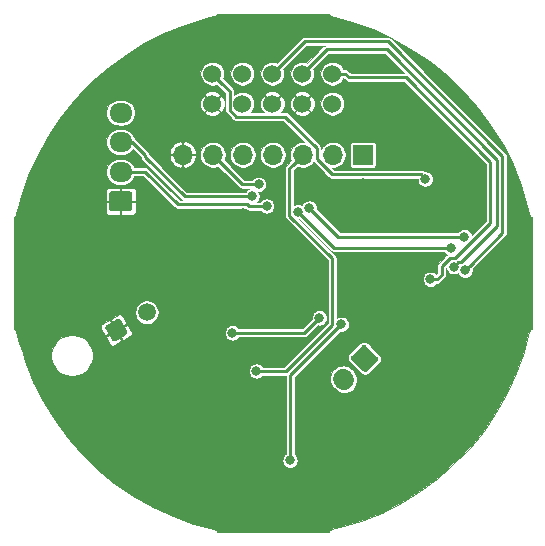
<source format=gbr>
G04 #@! TF.GenerationSoftware,KiCad,Pcbnew,(5.1.5)-3*
G04 #@! TF.CreationDate,2020-04-04T17:30:31+02:00*
G04 #@! TF.ProjectId,carteOdometrie,63617274-654f-4646-9f6d-65747269652e,rev?*
G04 #@! TF.SameCoordinates,Original*
G04 #@! TF.FileFunction,Copper,L2,Bot*
G04 #@! TF.FilePolarity,Positive*
%FSLAX46Y46*%
G04 Gerber Fmt 4.6, Leading zero omitted, Abs format (unit mm)*
G04 Created by KiCad (PCBNEW (5.1.5)-3) date 2020-04-04 17:30:31*
%MOMM*%
%LPD*%
G04 APERTURE LIST*
%ADD10O,1.950000X1.700000*%
%ADD11C,0.100000*%
%ADD12C,1.700000*%
%ADD13C,1.524000*%
%ADD14C,1.500000*%
%ADD15O,1.700000X1.700000*%
%ADD16R,1.700000X1.700000*%
%ADD17C,0.800000*%
%ADD18C,0.250000*%
G04 APERTURE END LIST*
D10*
X-12877800Y13559800D03*
X-12877800Y11059800D03*
X-12877800Y8559800D03*
G04 #@! TA.AperFunction,ComponentPad*
D11*
G36*
X-12128296Y6908596D02*
G01*
X-12104027Y6904996D01*
X-12080229Y6899035D01*
X-12057129Y6890770D01*
X-12034951Y6880280D01*
X-12013907Y6867667D01*
X-11994202Y6853053D01*
X-11976023Y6836577D01*
X-11959547Y6818398D01*
X-11944933Y6798693D01*
X-11932320Y6777649D01*
X-11921830Y6755471D01*
X-11913565Y6732371D01*
X-11907604Y6708573D01*
X-11904004Y6684304D01*
X-11902800Y6659800D01*
X-11902800Y5459800D01*
X-11904004Y5435296D01*
X-11907604Y5411027D01*
X-11913565Y5387229D01*
X-11921830Y5364129D01*
X-11932320Y5341951D01*
X-11944933Y5320907D01*
X-11959547Y5301202D01*
X-11976023Y5283023D01*
X-11994202Y5266547D01*
X-12013907Y5251933D01*
X-12034951Y5239320D01*
X-12057129Y5228830D01*
X-12080229Y5220565D01*
X-12104027Y5214604D01*
X-12128296Y5211004D01*
X-12152800Y5209800D01*
X-13602800Y5209800D01*
X-13627304Y5211004D01*
X-13651573Y5214604D01*
X-13675371Y5220565D01*
X-13698471Y5228830D01*
X-13720649Y5239320D01*
X-13741693Y5251933D01*
X-13761398Y5266547D01*
X-13779577Y5283023D01*
X-13796053Y5301202D01*
X-13810667Y5320907D01*
X-13823280Y5341951D01*
X-13833770Y5364129D01*
X-13842035Y5387229D01*
X-13847996Y5411027D01*
X-13851596Y5435296D01*
X-13852800Y5459800D01*
X-13852800Y6659800D01*
X-13851596Y6684304D01*
X-13847996Y6708573D01*
X-13842035Y6732371D01*
X-13833770Y6755471D01*
X-13823280Y6777649D01*
X-13810667Y6798693D01*
X-13796053Y6818398D01*
X-13779577Y6836577D01*
X-13761398Y6853053D01*
X-13741693Y6867667D01*
X-13720649Y6880280D01*
X-13698471Y6890770D01*
X-13675371Y6899035D01*
X-13651573Y6904996D01*
X-13627304Y6908596D01*
X-13602800Y6909800D01*
X-12152800Y6909800D01*
X-12128296Y6908596D01*
G37*
G04 #@! TD.AperFunction*
D12*
X6053033Y-9053033D02*
X5946967Y-8946967D01*
G04 #@! TA.AperFunction,ComponentPad*
D11*
G36*
X7739238Y-6081876D02*
G01*
X7763507Y-6085476D01*
X7787305Y-6091437D01*
X7810405Y-6099702D01*
X7832583Y-6110192D01*
X7853627Y-6122805D01*
X7873332Y-6137419D01*
X7891511Y-6153895D01*
X8846105Y-7108489D01*
X8862581Y-7126668D01*
X8877195Y-7146373D01*
X8889808Y-7167417D01*
X8900298Y-7189595D01*
X8908563Y-7212695D01*
X8914524Y-7236493D01*
X8918124Y-7260762D01*
X8919328Y-7285266D01*
X8918124Y-7309770D01*
X8914524Y-7334039D01*
X8908563Y-7357837D01*
X8900298Y-7380937D01*
X8889808Y-7403115D01*
X8877195Y-7424159D01*
X8862581Y-7443864D01*
X8846105Y-7462043D01*
X7997577Y-8310571D01*
X7979398Y-8327047D01*
X7959693Y-8341661D01*
X7938649Y-8354274D01*
X7916471Y-8364764D01*
X7893371Y-8373029D01*
X7869573Y-8378990D01*
X7845304Y-8382590D01*
X7820800Y-8383794D01*
X7796296Y-8382590D01*
X7772027Y-8378990D01*
X7748229Y-8373029D01*
X7725129Y-8364764D01*
X7702951Y-8354274D01*
X7681907Y-8341661D01*
X7662202Y-8327047D01*
X7644023Y-8310571D01*
X6689429Y-7355977D01*
X6672953Y-7337798D01*
X6658339Y-7318093D01*
X6645726Y-7297049D01*
X6635236Y-7274871D01*
X6626971Y-7251771D01*
X6621010Y-7227973D01*
X6617410Y-7203704D01*
X6616206Y-7179200D01*
X6617410Y-7154696D01*
X6621010Y-7130427D01*
X6626971Y-7106629D01*
X6635236Y-7083529D01*
X6645726Y-7061351D01*
X6658339Y-7040307D01*
X6672953Y-7020602D01*
X6689429Y-7002423D01*
X7537957Y-6153895D01*
X7556136Y-6137419D01*
X7575841Y-6122805D01*
X7596885Y-6110192D01*
X7619063Y-6099702D01*
X7642163Y-6091437D01*
X7665961Y-6085476D01*
X7690230Y-6081876D01*
X7714734Y-6080672D01*
X7739238Y-6081876D01*
G37*
G04 #@! TD.AperFunction*
D13*
X-5118100Y16857980D03*
X-5118100Y14317980D03*
X-2578100Y16857980D03*
X-2578100Y14317980D03*
X-38100Y16857980D03*
X-38100Y14317980D03*
X2501900Y16857980D03*
X2501900Y14317980D03*
X5041900Y16857980D03*
X5041900Y14317980D03*
D14*
X-10660694Y-3340000D03*
G04 #@! TA.AperFunction,ComponentPad*
D11*
G36*
X-13059406Y-3907522D02*
G01*
X-13035033Y-3910326D01*
X-13011052Y-3915506D01*
X-12987694Y-3923011D01*
X-12965185Y-3932769D01*
X-12943740Y-3944686D01*
X-12923567Y-3958649D01*
X-12904859Y-3974521D01*
X-12887797Y-3992151D01*
X-12872545Y-4011368D01*
X-12859251Y-4031987D01*
X-12359251Y-4898013D01*
X-12348041Y-4919836D01*
X-12339024Y-4942653D01*
X-12332288Y-4966244D01*
X-12327896Y-4990382D01*
X-12325891Y-5014833D01*
X-12326292Y-5039364D01*
X-12329096Y-5063737D01*
X-12334276Y-5087718D01*
X-12341781Y-5111076D01*
X-12351539Y-5133585D01*
X-12363456Y-5155030D01*
X-12377419Y-5175203D01*
X-12393291Y-5193911D01*
X-12410921Y-5210973D01*
X-12430138Y-5226225D01*
X-12450757Y-5239519D01*
X-13316783Y-5739519D01*
X-13338606Y-5750729D01*
X-13361423Y-5759746D01*
X-13385014Y-5766482D01*
X-13409152Y-5770874D01*
X-13433603Y-5772879D01*
X-13458134Y-5772478D01*
X-13482507Y-5769674D01*
X-13506488Y-5764494D01*
X-13529846Y-5756989D01*
X-13552355Y-5747231D01*
X-13573800Y-5735314D01*
X-13593973Y-5721351D01*
X-13612681Y-5705479D01*
X-13629743Y-5687849D01*
X-13644995Y-5668632D01*
X-13658289Y-5648013D01*
X-14158289Y-4781987D01*
X-14169499Y-4760164D01*
X-14178516Y-4737347D01*
X-14185252Y-4713756D01*
X-14189644Y-4689618D01*
X-14191649Y-4665167D01*
X-14191248Y-4640636D01*
X-14188444Y-4616263D01*
X-14183264Y-4592282D01*
X-14175759Y-4568924D01*
X-14166001Y-4546415D01*
X-14154084Y-4524970D01*
X-14140121Y-4504797D01*
X-14124249Y-4486089D01*
X-14106619Y-4469027D01*
X-14087402Y-4453775D01*
X-14066783Y-4440481D01*
X-13200757Y-3940481D01*
X-13178934Y-3929271D01*
X-13156117Y-3920254D01*
X-13132526Y-3913518D01*
X-13108388Y-3909126D01*
X-13083937Y-3907121D01*
X-13059406Y-3907522D01*
G37*
G04 #@! TD.AperFunction*
D15*
X-7620000Y10000000D03*
X-5080000Y10000000D03*
X-2540000Y10000000D03*
X0Y10000000D03*
X2540000Y10000000D03*
X5080000Y10000000D03*
D16*
X7620000Y10000000D03*
D17*
X-5611000Y-7262000D03*
X-15240000Y10160000D03*
X-10160000Y12700000D03*
X-7620000Y12700000D03*
X-7620000Y15240000D03*
X-10160000Y15240000D03*
X-7112000Y17272000D03*
X7620000Y15240000D03*
X7366000Y17272000D03*
X7620000Y12700000D03*
X10160000Y15240000D03*
X7620000Y7620000D03*
X13665200Y1371600D03*
X7620000Y-2540000D03*
X10160000Y-12700000D03*
X7000000Y-17000000D03*
X5080000Y-17780000D03*
X2540000Y-17780000D03*
X0Y-17780000D03*
X-7620000Y-15240000D03*
X-15240000Y-10160000D03*
X-15000000Y-3000000D03*
X-17780000Y-3000000D03*
X-16103600Y25400D03*
X-17780000Y0D03*
X-2540000Y5080000D03*
X635000Y5105400D03*
X12700000Y-9906000D03*
X14145260Y4856480D03*
X6000000Y1000000D03*
X-1206500Y7493000D03*
X-1397000Y-8318500D03*
X12901976Y7955461D03*
X16274486Y221276D03*
X15318038Y513219D03*
X13333264Y-538795D03*
X1460500Y-15875000D03*
X5783160Y-4354990D03*
X3086537Y5484807D03*
X16211878Y3076697D03*
X-1778000Y6502400D03*
X2133600Y5181600D03*
X15047611Y2119056D03*
X-520700Y5651500D03*
X3937000Y-3810000D03*
X-3428010Y-5080000D03*
D18*
X-2573000Y7493000D02*
X-5080000Y10000000D01*
X-1206500Y7493000D02*
X-2573000Y7493000D01*
X1408598Y8868598D02*
X1690001Y9150001D01*
X1690001Y9150001D02*
X2540000Y10000000D01*
X1408598Y4833598D02*
X1408598Y8868598D01*
X5016500Y1225696D02*
X1408598Y4833598D01*
X5016500Y-4381500D02*
X5016500Y1225696D01*
X1079500Y-8318500D02*
X5016500Y-4381500D01*
X-1397000Y-8318500D02*
X1079500Y-8318500D01*
X-3665101Y15404981D02*
X-4356101Y16095981D01*
X-3665101Y13796219D02*
X-3665101Y15404981D01*
X1048023Y13230979D02*
X-3099861Y13230979D01*
X-4356101Y16095981D02*
X-5118100Y16857980D01*
X3715001Y10564001D02*
X1048023Y13230979D01*
X4985538Y8355460D02*
X3715001Y9625997D01*
X-3099861Y13230979D02*
X-3665101Y13796219D01*
X3715001Y9625997D02*
X3715001Y10564001D01*
X12501977Y8355460D02*
X4985538Y8355460D01*
X12901976Y7955461D02*
X12501977Y8355460D01*
X9715500Y19621500D02*
X19436511Y9900489D01*
X16674485Y621275D02*
X16274486Y221276D01*
X19436511Y9900489D02*
X19436511Y3383301D01*
X2725420Y19621500D02*
X9715500Y19621500D01*
X19436511Y3383301D02*
X16674485Y621275D01*
X-38100Y16857980D02*
X2725420Y19621500D01*
X15718037Y913218D02*
X15318038Y513219D01*
X2501900Y16857980D02*
X4566920Y18923000D01*
X18986500Y9588500D02*
X18986500Y3935589D01*
X15964129Y913218D02*
X15718037Y913218D01*
X9652000Y18923000D02*
X18986500Y9588500D01*
X18986500Y3935589D02*
X15964129Y913218D01*
X4566920Y18923000D02*
X9652000Y18923000D01*
X13898949Y-538795D02*
X14287500Y-150244D01*
X13333264Y-538795D02*
X13898949Y-538795D01*
X14970037Y1238220D02*
X15398720Y1238220D01*
X14287500Y555683D02*
X14970037Y1238220D01*
X14287500Y-150244D02*
X14287500Y555683D01*
X15398720Y1238220D02*
X18415000Y4254500D01*
X18415000Y4254500D02*
X18415000Y9398000D01*
X6119530Y16857980D02*
X5041900Y16857980D01*
X6430511Y16546999D02*
X6119530Y16857980D01*
X11266001Y16546999D02*
X6430511Y16546999D01*
X18415000Y9398000D02*
X11266001Y16546999D01*
X1460500Y-8677650D02*
X5383161Y-4754989D01*
X5383161Y-4754989D02*
X5783160Y-4354990D01*
X1460500Y-15875000D02*
X1460500Y-8677650D01*
X3086537Y5484807D02*
X5494647Y3076697D01*
X15646193Y3076697D02*
X16211878Y3076697D01*
X5494647Y3076697D02*
X15646193Y3076697D01*
X-11914600Y11070600D02*
X-12039600Y11070600D01*
X-10814600Y9970600D02*
X-11914600Y11070600D01*
X-10814600Y9845600D02*
X-10814600Y9970600D01*
X-7471400Y6502400D02*
X-10814600Y9845600D01*
X-1778000Y6502400D02*
X-7471400Y6502400D01*
X5196144Y2119056D02*
X14481926Y2119056D01*
X14481926Y2119056D02*
X15047611Y2119056D01*
X2133600Y5181600D02*
X5196144Y2119056D01*
X-10814600Y8570600D02*
X-12039600Y8570600D01*
X-2191999Y5805001D02*
X-8049001Y5805001D01*
X-2038498Y5651500D02*
X-2191999Y5805001D01*
X-8049001Y5805001D02*
X-10814600Y8570600D01*
X-520700Y5651500D02*
X-2038498Y5651500D01*
X2667000Y-5080000D02*
X-3428010Y-5080000D01*
X3937000Y-3810000D02*
X2667000Y-5080000D01*
D11*
G36*
X4728981Y21946091D02*
G01*
X4744705Y21894253D01*
X4770241Y21846479D01*
X4804606Y21804605D01*
X4846480Y21770240D01*
X4894254Y21744704D01*
X4946092Y21728980D01*
X4950103Y21728585D01*
X6740133Y21242102D01*
X8493985Y20603604D01*
X10188260Y19820586D01*
X11811072Y18898541D01*
X13351035Y17843938D01*
X14797361Y16664165D01*
X16139882Y15367513D01*
X17369199Y13963065D01*
X18476680Y12460680D01*
X19454565Y10870885D01*
X20295990Y9204837D01*
X20995044Y7474248D01*
X21547841Y5687978D01*
X21728253Y4953474D01*
X21728980Y4946091D01*
X21744704Y4894253D01*
X21757632Y4870067D01*
X21757641Y4870048D01*
X21757651Y4870031D01*
X21770240Y4846479D01*
X21804605Y4804605D01*
X21846479Y4770240D01*
X21870020Y4757657D01*
X21870047Y4757641D01*
X21870077Y4757627D01*
X21894253Y4744704D01*
X21946091Y4728980D01*
X21950000Y4728595D01*
X21950000Y-4728595D01*
X21946091Y-4728980D01*
X21894253Y-4744704D01*
X21846479Y-4770240D01*
X21804605Y-4804605D01*
X21770240Y-4846479D01*
X21744704Y-4894253D01*
X21728980Y-4946091D01*
X21728585Y-4950103D01*
X21242101Y-6740136D01*
X20603604Y-8493985D01*
X19820586Y-10188260D01*
X18898541Y-11811072D01*
X17843932Y-13351042D01*
X16664165Y-14797361D01*
X15367514Y-16139882D01*
X13963065Y-17369199D01*
X12460680Y-18476680D01*
X10870879Y-19454568D01*
X9204847Y-20295986D01*
X7474244Y-20995045D01*
X5687978Y-21547841D01*
X4953471Y-21728253D01*
X4946092Y-21728980D01*
X4894254Y-21744704D01*
X4870087Y-21757622D01*
X4870047Y-21757641D01*
X4870011Y-21757662D01*
X4846480Y-21770240D01*
X4804606Y-21804605D01*
X4770241Y-21846479D01*
X4757676Y-21869985D01*
X4757640Y-21870047D01*
X4757607Y-21870116D01*
X4744705Y-21894253D01*
X4728981Y-21946091D01*
X4726948Y-21966733D01*
X-4726045Y-21975891D01*
X-4728980Y-21946091D01*
X-4744704Y-21894253D01*
X-4770240Y-21846479D01*
X-4804605Y-21804605D01*
X-4846479Y-21770240D01*
X-4894253Y-21744704D01*
X-4946091Y-21728980D01*
X-4950103Y-21728585D01*
X-6740136Y-21242101D01*
X-8493985Y-20603604D01*
X-10188260Y-19820586D01*
X-11811072Y-18898541D01*
X-13351042Y-17843932D01*
X-14797361Y-16664165D01*
X-16139882Y-15367514D01*
X-17369199Y-13963065D01*
X-18476680Y-12460680D01*
X-19454568Y-10870879D01*
X-20295986Y-9204847D01*
X-20995045Y-7474244D01*
X-21195149Y-6827640D01*
X-18750000Y-6827640D01*
X-18750000Y-7172360D01*
X-18682749Y-7510456D01*
X-18550830Y-7828936D01*
X-18359314Y-8115560D01*
X-18115560Y-8359314D01*
X-17828936Y-8550830D01*
X-17510456Y-8682749D01*
X-17172360Y-8750000D01*
X-16827640Y-8750000D01*
X-16489544Y-8682749D01*
X-16171064Y-8550830D01*
X-15884440Y-8359314D01*
X-15640686Y-8115560D01*
X-15449170Y-7828936D01*
X-15317251Y-7510456D01*
X-15250000Y-7172360D01*
X-15250000Y-6827640D01*
X-15317251Y-6489544D01*
X-15449170Y-6171064D01*
X-15640686Y-5884440D01*
X-15884440Y-5640686D01*
X-16135021Y-5473253D01*
X-14105597Y-5473253D01*
X-13794354Y-6015245D01*
X-13759933Y-6063280D01*
X-13716801Y-6103677D01*
X-13666618Y-6134883D01*
X-13611311Y-6155700D01*
X-13553005Y-6165326D01*
X-13493942Y-6163392D01*
X-13436390Y-6149973D01*
X-13382563Y-6125584D01*
X-12842023Y-5811827D01*
X-12814571Y-5709375D01*
X-13277071Y-4908301D01*
X-14078145Y-5370801D01*
X-14105597Y-5473253D01*
X-16135021Y-5473253D01*
X-16171064Y-5449170D01*
X-16489544Y-5317251D01*
X-16827640Y-5250000D01*
X-17172360Y-5250000D01*
X-17510456Y-5317251D01*
X-17828936Y-5449170D01*
X-18115560Y-5640686D01*
X-18359314Y-5884440D01*
X-18550830Y-6171064D01*
X-18682749Y-6489544D01*
X-18750000Y-6827640D01*
X-21195149Y-6827640D01*
X-21547841Y-5687978D01*
X-21728253Y-4953472D01*
X-21728980Y-4946091D01*
X-21744704Y-4894253D01*
X-21757627Y-4870077D01*
X-21757641Y-4870047D01*
X-21757657Y-4870020D01*
X-21770240Y-4846479D01*
X-21804605Y-4804605D01*
X-21846479Y-4770240D01*
X-21870003Y-4757666D01*
X-21870047Y-4757640D01*
X-21870096Y-4757616D01*
X-21894253Y-4744704D01*
X-21946091Y-4728980D01*
X-21950000Y-4728595D01*
X-21950000Y-4545765D01*
X-14584096Y-4545765D01*
X-14582162Y-4604828D01*
X-14568743Y-4662380D01*
X-14544354Y-4716207D01*
X-14230597Y-5256747D01*
X-14128145Y-5284199D01*
X-13390468Y-4858301D01*
X-13190469Y-4858301D01*
X-12727969Y-5659375D01*
X-12625517Y-5686827D01*
X-12083525Y-5375584D01*
X-12035490Y-5341163D01*
X-11995093Y-5298031D01*
X-11963887Y-5247848D01*
X-11943070Y-5192541D01*
X-11933444Y-5134235D01*
X-11935378Y-5075172D01*
X-11948797Y-5017620D01*
X-11949539Y-5015981D01*
X-4078010Y-5015981D01*
X-4078010Y-5144019D01*
X-4053031Y-5269598D01*
X-4004032Y-5387890D01*
X-3932898Y-5494351D01*
X-3842361Y-5584888D01*
X-3735900Y-5656022D01*
X-3617608Y-5705021D01*
X-3492029Y-5730000D01*
X-3363991Y-5730000D01*
X-3238412Y-5705021D01*
X-3120120Y-5656022D01*
X-3013659Y-5584888D01*
X-2923122Y-5494351D01*
X-2896829Y-5455000D01*
X2648584Y-5455000D01*
X2667000Y-5456814D01*
X2685416Y-5455000D01*
X2685419Y-5455000D01*
X2740513Y-5449574D01*
X2811200Y-5428131D01*
X2876347Y-5393309D01*
X2933448Y-5346448D01*
X2945195Y-5332134D01*
X3826563Y-4450767D01*
X3872981Y-4460000D01*
X4001019Y-4460000D01*
X4126598Y-4435021D01*
X4244890Y-4386022D01*
X4351351Y-4314888D01*
X4441888Y-4224351D01*
X4513022Y-4117890D01*
X4562021Y-3999598D01*
X4587000Y-3874019D01*
X4587000Y-3745981D01*
X4562021Y-3620402D01*
X4513022Y-3502110D01*
X4441888Y-3395649D01*
X4351351Y-3305112D01*
X4244890Y-3233978D01*
X4126598Y-3184979D01*
X4001019Y-3160000D01*
X3872981Y-3160000D01*
X3747402Y-3184979D01*
X3629110Y-3233978D01*
X3522649Y-3305112D01*
X3432112Y-3395649D01*
X3360978Y-3502110D01*
X3311979Y-3620402D01*
X3287000Y-3745981D01*
X3287000Y-3874019D01*
X3296233Y-3920437D01*
X2511671Y-4705000D01*
X-2896829Y-4705000D01*
X-2923122Y-4665649D01*
X-3013659Y-4575112D01*
X-3120120Y-4503978D01*
X-3238412Y-4454979D01*
X-3363991Y-4430000D01*
X-3492029Y-4430000D01*
X-3617608Y-4454979D01*
X-3735900Y-4503978D01*
X-3842361Y-4575112D01*
X-3932898Y-4665649D01*
X-4004032Y-4772110D01*
X-4053031Y-4890402D01*
X-4078010Y-5015981D01*
X-11949539Y-5015981D01*
X-11973186Y-4963793D01*
X-12286943Y-4423253D01*
X-12389395Y-4395801D01*
X-13190469Y-4858301D01*
X-13390468Y-4858301D01*
X-13327071Y-4821699D01*
X-13789571Y-4020625D01*
X-13892023Y-3993173D01*
X-14434015Y-4304416D01*
X-14482050Y-4338837D01*
X-14522447Y-4381969D01*
X-14553653Y-4432152D01*
X-14574470Y-4487459D01*
X-14584096Y-4545765D01*
X-21950000Y-4545765D01*
X-21950000Y-3970625D01*
X-13702969Y-3970625D01*
X-13240469Y-4771699D01*
X-12439395Y-4309199D01*
X-12411943Y-4206747D01*
X-12723186Y-3664755D01*
X-12757607Y-3616720D01*
X-12800739Y-3576323D01*
X-12850922Y-3545117D01*
X-12906229Y-3524300D01*
X-12964535Y-3514674D01*
X-13023598Y-3516608D01*
X-13081150Y-3530027D01*
X-13134977Y-3554416D01*
X-13675517Y-3868173D01*
X-13702969Y-3970625D01*
X-21950000Y-3970625D01*
X-21950000Y-3241509D01*
X-11660694Y-3241509D01*
X-11660694Y-3438491D01*
X-11622265Y-3631689D01*
X-11546883Y-3813678D01*
X-11437445Y-3977463D01*
X-11298157Y-4116751D01*
X-11134372Y-4226189D01*
X-10952383Y-4301571D01*
X-10759185Y-4340000D01*
X-10562203Y-4340000D01*
X-10369005Y-4301571D01*
X-10187016Y-4226189D01*
X-10023231Y-4116751D01*
X-9883943Y-3977463D01*
X-9774505Y-3813678D01*
X-9699123Y-3631689D01*
X-9660694Y-3438491D01*
X-9660694Y-3241509D01*
X-9699123Y-3048311D01*
X-9774505Y-2866322D01*
X-9883943Y-2702537D01*
X-10023231Y-2563249D01*
X-10187016Y-2453811D01*
X-10369005Y-2378429D01*
X-10562203Y-2340000D01*
X-10759185Y-2340000D01*
X-10952383Y-2378429D01*
X-11134372Y-2453811D01*
X-11298157Y-2563249D01*
X-11437445Y-2702537D01*
X-11546883Y-2866322D01*
X-11622265Y-3048311D01*
X-11660694Y-3241509D01*
X-21950000Y-3241509D01*
X-21950000Y4728595D01*
X-21946091Y4728980D01*
X-21894253Y4744704D01*
X-21846479Y4770240D01*
X-21804605Y4804605D01*
X-21770240Y4846479D01*
X-21744704Y4894253D01*
X-21728980Y4946091D01*
X-21728585Y4950103D01*
X-21658007Y5209800D01*
X-14154252Y5209800D01*
X-14148460Y5150990D01*
X-14131305Y5094439D01*
X-14103448Y5042322D01*
X-14065959Y4996641D01*
X-14020278Y4959152D01*
X-13968161Y4931295D01*
X-13911610Y4914140D01*
X-13852800Y4908348D01*
X-13002800Y4909800D01*
X-12927800Y4984800D01*
X-12927800Y6009800D01*
X-12827800Y6009800D01*
X-12827800Y4984800D01*
X-12752800Y4909800D01*
X-11902800Y4908348D01*
X-11843990Y4914140D01*
X-11787439Y4931295D01*
X-11735322Y4959152D01*
X-11689641Y4996641D01*
X-11652152Y5042322D01*
X-11624295Y5094439D01*
X-11607140Y5150990D01*
X-11601348Y5209800D01*
X-11602800Y5934800D01*
X-11677800Y6009800D01*
X-12827800Y6009800D01*
X-12927800Y6009800D01*
X-14077800Y6009800D01*
X-14152800Y5934800D01*
X-14154252Y5209800D01*
X-21658007Y5209800D01*
X-21242102Y6740133D01*
X-21180334Y6909800D01*
X-14154252Y6909800D01*
X-14152800Y6184800D01*
X-14077800Y6109800D01*
X-12927800Y6109800D01*
X-12927800Y7134800D01*
X-12827800Y7134800D01*
X-12827800Y6109800D01*
X-11677800Y6109800D01*
X-11602800Y6184800D01*
X-11601348Y6909800D01*
X-11607140Y6968610D01*
X-11624295Y7025161D01*
X-11652152Y7077278D01*
X-11689641Y7122959D01*
X-11735322Y7160448D01*
X-11787439Y7188305D01*
X-11843990Y7205460D01*
X-11902800Y7211252D01*
X-12752800Y7209800D01*
X-12827800Y7134800D01*
X-12927800Y7134800D01*
X-13002800Y7209800D01*
X-13852800Y7211252D01*
X-13911610Y7205460D01*
X-13968161Y7188305D01*
X-14020278Y7160448D01*
X-14065959Y7122959D01*
X-14103448Y7077278D01*
X-14131305Y7025161D01*
X-14148460Y6968610D01*
X-14154252Y6909800D01*
X-21180334Y6909800D01*
X-20603604Y8493985D01*
X-19820586Y10188260D01*
X-19325397Y11059800D01*
X-14108122Y11059800D01*
X-14086884Y10844162D01*
X-14023984Y10636812D01*
X-13921842Y10445716D01*
X-13784381Y10278219D01*
X-13616884Y10140758D01*
X-13425788Y10038616D01*
X-13218438Y9975716D01*
X-13056836Y9959800D01*
X-12698764Y9959800D01*
X-12537162Y9975716D01*
X-12329812Y10038616D01*
X-12138716Y10140758D01*
X-11971219Y10278219D01*
X-11833758Y10445716D01*
X-11828982Y10454652D01*
X-11188299Y9813969D01*
X-11184174Y9772088D01*
X-11162731Y9701401D01*
X-11127909Y9636254D01*
X-11081048Y9579152D01*
X-11066734Y9567405D01*
X-7749591Y6250261D01*
X-7737848Y6235952D01*
X-7680747Y6189091D01*
X-7663741Y6180001D01*
X-7893671Y6180001D01*
X-10536405Y8822734D01*
X-10548152Y8837048D01*
X-10605253Y8883909D01*
X-10670400Y8918731D01*
X-10741087Y8940174D01*
X-10796181Y8945600D01*
X-10796184Y8945600D01*
X-10814600Y8947414D01*
X-10833016Y8945600D01*
X-11720335Y8945600D01*
X-11731616Y8982788D01*
X-11833758Y9173884D01*
X-11971219Y9341381D01*
X-12138716Y9478842D01*
X-12329812Y9580984D01*
X-12537162Y9643884D01*
X-12698764Y9659800D01*
X-13056836Y9659800D01*
X-13218438Y9643884D01*
X-13425788Y9580984D01*
X-13616884Y9478842D01*
X-13784381Y9341381D01*
X-13921842Y9173884D01*
X-14023984Y8982788D01*
X-14086884Y8775438D01*
X-14108122Y8559800D01*
X-14086884Y8344162D01*
X-14023984Y8136812D01*
X-13921842Y7945716D01*
X-13784381Y7778219D01*
X-13616884Y7640758D01*
X-13425788Y7538616D01*
X-13218438Y7475716D01*
X-13056836Y7459800D01*
X-12698764Y7459800D01*
X-12537162Y7475716D01*
X-12329812Y7538616D01*
X-12138716Y7640758D01*
X-11971219Y7778219D01*
X-11833758Y7945716D01*
X-11731616Y8136812D01*
X-11713783Y8195600D01*
X-10969929Y8195600D01*
X-8327192Y5552862D01*
X-8315449Y5538553D01*
X-8301142Y5526812D01*
X-8258348Y5491691D01*
X-8213894Y5467931D01*
X-8193201Y5456870D01*
X-8122514Y5435427D01*
X-8067420Y5430001D01*
X-8067417Y5430001D01*
X-8049001Y5428187D01*
X-8030585Y5430001D01*
X-2347328Y5430001D01*
X-2316693Y5399366D01*
X-2304946Y5385052D01*
X-2247845Y5338191D01*
X-2182698Y5303369D01*
X-2112011Y5281926D01*
X-2056917Y5276500D01*
X-2056915Y5276500D01*
X-2038499Y5274686D01*
X-2020083Y5276500D01*
X-1051881Y5276500D01*
X-1025588Y5237149D01*
X-935051Y5146612D01*
X-828590Y5075478D01*
X-710298Y5026479D01*
X-584719Y5001500D01*
X-456681Y5001500D01*
X-331102Y5026479D01*
X-212810Y5075478D01*
X-106349Y5146612D01*
X-15812Y5237149D01*
X55322Y5343610D01*
X104321Y5461902D01*
X129300Y5587481D01*
X129300Y5715519D01*
X104321Y5841098D01*
X55322Y5959390D01*
X-15812Y6065851D01*
X-106349Y6156388D01*
X-212810Y6227522D01*
X-331102Y6276521D01*
X-456681Y6301500D01*
X-584719Y6301500D01*
X-710298Y6276521D01*
X-828590Y6227522D01*
X-935051Y6156388D01*
X-1025588Y6065851D01*
X-1051881Y6026500D01*
X-1334661Y6026500D01*
X-1273112Y6088049D01*
X-1201978Y6194510D01*
X-1152979Y6312802D01*
X-1128000Y6438381D01*
X-1128000Y6566419D01*
X-1152979Y6691998D01*
X-1201978Y6810290D01*
X-1223834Y6843000D01*
X-1142481Y6843000D01*
X-1016902Y6867979D01*
X-898610Y6916978D01*
X-792149Y6988112D01*
X-701612Y7078649D01*
X-630478Y7185110D01*
X-581479Y7303402D01*
X-556500Y7428981D01*
X-556500Y7557019D01*
X-581479Y7682598D01*
X-630478Y7800890D01*
X-701612Y7907351D01*
X-792149Y7997888D01*
X-898610Y8069022D01*
X-1016902Y8118021D01*
X-1142481Y8143000D01*
X-1270519Y8143000D01*
X-1396098Y8118021D01*
X-1514390Y8069022D01*
X-1620851Y7997888D01*
X-1711388Y7907351D01*
X-1737681Y7868000D01*
X-2417670Y7868000D01*
X-4082767Y9533096D01*
X-4022273Y9679142D01*
X-3980000Y9891659D01*
X-3980000Y10108341D01*
X-3640000Y10108341D01*
X-3640000Y9891659D01*
X-3597727Y9679142D01*
X-3514807Y9478955D01*
X-3394425Y9298791D01*
X-3241209Y9145575D01*
X-3061045Y9025193D01*
X-2860858Y8942273D01*
X-2648341Y8900000D01*
X-2431659Y8900000D01*
X-2219142Y8942273D01*
X-2018955Y9025193D01*
X-1838791Y9145575D01*
X-1685575Y9298791D01*
X-1565193Y9478955D01*
X-1482273Y9679142D01*
X-1440000Y9891659D01*
X-1440000Y10108341D01*
X-1100000Y10108341D01*
X-1100000Y9891659D01*
X-1057727Y9679142D01*
X-974807Y9478955D01*
X-854425Y9298791D01*
X-701209Y9145575D01*
X-521045Y9025193D01*
X-320858Y8942273D01*
X-108341Y8900000D01*
X108341Y8900000D01*
X320858Y8942273D01*
X521045Y9025193D01*
X701209Y9145575D01*
X854425Y9298791D01*
X974807Y9478955D01*
X1057727Y9679142D01*
X1100000Y9891659D01*
X1100000Y10108341D01*
X1057727Y10320858D01*
X974807Y10521045D01*
X854425Y10701209D01*
X701209Y10854425D01*
X521045Y10974807D01*
X320858Y11057727D01*
X108341Y11100000D01*
X-108341Y11100000D01*
X-320858Y11057727D01*
X-521045Y10974807D01*
X-701209Y10854425D01*
X-854425Y10701209D01*
X-974807Y10521045D01*
X-1057727Y10320858D01*
X-1100000Y10108341D01*
X-1440000Y10108341D01*
X-1482273Y10320858D01*
X-1565193Y10521045D01*
X-1685575Y10701209D01*
X-1838791Y10854425D01*
X-2018955Y10974807D01*
X-2219142Y11057727D01*
X-2431659Y11100000D01*
X-2648341Y11100000D01*
X-2860858Y11057727D01*
X-3061045Y10974807D01*
X-3241209Y10854425D01*
X-3394425Y10701209D01*
X-3514807Y10521045D01*
X-3597727Y10320858D01*
X-3640000Y10108341D01*
X-3980000Y10108341D01*
X-4022273Y10320858D01*
X-4105193Y10521045D01*
X-4225575Y10701209D01*
X-4378791Y10854425D01*
X-4558955Y10974807D01*
X-4759142Y11057727D01*
X-4971659Y11100000D01*
X-5188341Y11100000D01*
X-5400858Y11057727D01*
X-5601045Y10974807D01*
X-5781209Y10854425D01*
X-5934425Y10701209D01*
X-6054807Y10521045D01*
X-6137727Y10320858D01*
X-6180000Y10108341D01*
X-6180000Y9891659D01*
X-6137727Y9679142D01*
X-6054807Y9478955D01*
X-5934425Y9298791D01*
X-5781209Y9145575D01*
X-5601045Y9025193D01*
X-5400858Y8942273D01*
X-5188341Y8900000D01*
X-4971659Y8900000D01*
X-4759142Y8942273D01*
X-4613096Y9002767D01*
X-2851191Y7240861D01*
X-2839448Y7226552D01*
X-2819035Y7209800D01*
X-2782348Y7179691D01*
X-2717202Y7144870D01*
X-2717200Y7144869D01*
X-2646513Y7123426D01*
X-2591419Y7118000D01*
X-2591417Y7118000D01*
X-2573001Y7116186D01*
X-2554585Y7118000D01*
X-1990342Y7118000D01*
X-2085890Y7078422D01*
X-2192351Y7007288D01*
X-2282888Y6916751D01*
X-2309181Y6877400D01*
X-7316070Y6877400D01*
X-10209556Y9770886D01*
X-8746948Y9770886D01*
X-8680596Y9555432D01*
X-8573486Y9357062D01*
X-8429734Y9183400D01*
X-8254864Y9041119D01*
X-8055597Y8935688D01*
X-7849114Y8873054D01*
X-7670000Y8926163D01*
X-7670000Y9950000D01*
X-7570000Y9950000D01*
X-7570000Y8926163D01*
X-7390886Y8873054D01*
X-7184403Y8935688D01*
X-6985136Y9041119D01*
X-6810266Y9183400D01*
X-6666514Y9357062D01*
X-6559404Y9555432D01*
X-6493052Y9770886D01*
X-6546085Y9950000D01*
X-7570000Y9950000D01*
X-7670000Y9950000D01*
X-8693915Y9950000D01*
X-8746948Y9770886D01*
X-10209556Y9770886D01*
X-10440901Y10002230D01*
X-10445026Y10044112D01*
X-10466469Y10114800D01*
X-10501291Y10179947D01*
X-10541640Y10229114D01*
X-8746948Y10229114D01*
X-8693915Y10050000D01*
X-7670000Y10050000D01*
X-7670000Y11073837D01*
X-7570000Y11073837D01*
X-7570000Y10050000D01*
X-6546085Y10050000D01*
X-6493052Y10229114D01*
X-6559404Y10444568D01*
X-6666514Y10642938D01*
X-6810266Y10816600D01*
X-6985136Y10958881D01*
X-7184403Y11064312D01*
X-7390886Y11126946D01*
X-7570000Y11073837D01*
X-7670000Y11073837D01*
X-7849114Y11126946D01*
X-8055597Y11064312D01*
X-8254864Y10958881D01*
X-8429734Y10816600D01*
X-8573486Y10642938D01*
X-8680596Y10444568D01*
X-8746948Y10229114D01*
X-10541640Y10229114D01*
X-10548152Y10237048D01*
X-10562461Y10248791D01*
X-11636405Y11322734D01*
X-11648152Y11337048D01*
X-11700417Y11379940D01*
X-11731616Y11482788D01*
X-11833758Y11673884D01*
X-11971219Y11841381D01*
X-12138716Y11978842D01*
X-12329812Y12080984D01*
X-12537162Y12143884D01*
X-12698764Y12159800D01*
X-13056836Y12159800D01*
X-13218438Y12143884D01*
X-13425788Y12080984D01*
X-13616884Y11978842D01*
X-13784381Y11841381D01*
X-13921842Y11673884D01*
X-14023984Y11482788D01*
X-14086884Y11275438D01*
X-14108122Y11059800D01*
X-19325397Y11059800D01*
X-18898541Y11811072D01*
X-17843938Y13351035D01*
X-17673648Y13559800D01*
X-14108122Y13559800D01*
X-14086884Y13344162D01*
X-14023984Y13136812D01*
X-13921842Y12945716D01*
X-13784381Y12778219D01*
X-13616884Y12640758D01*
X-13425788Y12538616D01*
X-13218438Y12475716D01*
X-13056836Y12459800D01*
X-12698764Y12459800D01*
X-12537162Y12475716D01*
X-12329812Y12538616D01*
X-12138716Y12640758D01*
X-11971219Y12778219D01*
X-11833758Y12945716D01*
X-11731616Y13136812D01*
X-11668716Y13344162D01*
X-11647478Y13559800D01*
X-11649661Y13581968D01*
X-5783401Y13581968D01*
X-5704209Y13426206D01*
X-5518971Y13328997D01*
X-5318327Y13269795D01*
X-5109989Y13250873D01*
X-4901963Y13272960D01*
X-4702243Y13335206D01*
X-4531991Y13426206D01*
X-4452799Y13581968D01*
X-5118100Y14247269D01*
X-5783401Y13581968D01*
X-11649661Y13581968D01*
X-11668716Y13775438D01*
X-11731616Y13982788D01*
X-11833758Y14173884D01*
X-11945357Y14309869D01*
X-6185207Y14309869D01*
X-6163120Y14101843D01*
X-6100874Y13902123D01*
X-6009874Y13731871D01*
X-5854112Y13652679D01*
X-5188811Y14317980D01*
X-5047389Y14317980D01*
X-4382088Y13652679D01*
X-4226326Y13731871D01*
X-4129117Y13917109D01*
X-4069915Y14117753D01*
X-4050993Y14326091D01*
X-4073080Y14534117D01*
X-4135326Y14733837D01*
X-4226326Y14904089D01*
X-4382088Y14983281D01*
X-5047389Y14317980D01*
X-5188811Y14317980D01*
X-5854112Y14983281D01*
X-6009874Y14904089D01*
X-6107083Y14718851D01*
X-6166285Y14518207D01*
X-6185207Y14309869D01*
X-11945357Y14309869D01*
X-11971219Y14341381D01*
X-12138716Y14478842D01*
X-12329812Y14580984D01*
X-12537162Y14643884D01*
X-12698764Y14659800D01*
X-13056836Y14659800D01*
X-13218438Y14643884D01*
X-13425788Y14580984D01*
X-13616884Y14478842D01*
X-13784381Y14341381D01*
X-13921842Y14173884D01*
X-14023984Y13982788D01*
X-14086884Y13775438D01*
X-14108122Y13559800D01*
X-17673648Y13559800D01*
X-16664165Y14797361D01*
X-16416303Y15053992D01*
X-5783401Y15053992D01*
X-5118100Y14388691D01*
X-4452799Y15053992D01*
X-4531991Y15209754D01*
X-4717229Y15306963D01*
X-4917873Y15366165D01*
X-5126211Y15385087D01*
X-5334237Y15363000D01*
X-5533957Y15300754D01*
X-5704209Y15209754D01*
X-5783401Y15053992D01*
X-16416303Y15053992D01*
X-15367513Y16139882D01*
X-14433241Y16957653D01*
X-6130100Y16957653D01*
X-6130100Y16758307D01*
X-6091210Y16562790D01*
X-6014923Y16378618D01*
X-5904172Y16212867D01*
X-5763213Y16071908D01*
X-5597462Y15961157D01*
X-5413290Y15884870D01*
X-5217773Y15845980D01*
X-5018427Y15845980D01*
X-4822910Y15884870D01*
X-4718549Y15928098D01*
X-4608243Y15817792D01*
X-4608232Y15817783D01*
X-4040100Y15249650D01*
X-4040101Y13814635D01*
X-4041915Y13796219D01*
X-4040101Y13777803D01*
X-4040101Y13777801D01*
X-4034675Y13722707D01*
X-4013232Y13652020D01*
X-3978410Y13586873D01*
X-3931549Y13529771D01*
X-3917235Y13518024D01*
X-3378052Y12978840D01*
X-3366309Y12964531D01*
X-3309208Y12917670D01*
X-3244061Y12882848D01*
X-3173374Y12861405D01*
X-3118280Y12855979D01*
X-3118278Y12855979D01*
X-3099862Y12854165D01*
X-3081446Y12855979D01*
X892694Y12855979D01*
X2648755Y11099918D01*
X2648341Y11100000D01*
X2431659Y11100000D01*
X2219142Y11057727D01*
X2018955Y10974807D01*
X1838791Y10854425D01*
X1685575Y10701209D01*
X1565193Y10521045D01*
X1482273Y10320858D01*
X1440000Y10108341D01*
X1440000Y9891659D01*
X1482273Y9679142D01*
X1542767Y9533096D01*
X1437865Y9428194D01*
X1437860Y9428190D01*
X1156459Y9146788D01*
X1142151Y9135046D01*
X1130409Y9120738D01*
X1095289Y9077944D01*
X1060468Y9012798D01*
X1040084Y8945600D01*
X1039025Y8942110D01*
X1031784Y8868598D01*
X1033599Y8850172D01*
X1033598Y4852014D01*
X1031784Y4833598D01*
X1033598Y4815182D01*
X1033598Y4815180D01*
X1039024Y4760086D01*
X1060467Y4689399D01*
X1095289Y4624252D01*
X1142150Y4567150D01*
X1156464Y4555403D01*
X4641501Y1070365D01*
X4641500Y-4226170D01*
X924171Y-7943500D01*
X-865819Y-7943500D01*
X-892112Y-7904149D01*
X-982649Y-7813612D01*
X-1089110Y-7742478D01*
X-1207402Y-7693479D01*
X-1332981Y-7668500D01*
X-1461019Y-7668500D01*
X-1586598Y-7693479D01*
X-1704890Y-7742478D01*
X-1811351Y-7813612D01*
X-1901888Y-7904149D01*
X-1973022Y-8010610D01*
X-2022021Y-8128902D01*
X-2047000Y-8254481D01*
X-2047000Y-8382519D01*
X-2022021Y-8508098D01*
X-1973022Y-8626390D01*
X-1901888Y-8732851D01*
X-1811351Y-8823388D01*
X-1704890Y-8894522D01*
X-1586598Y-8943521D01*
X-1461019Y-8968500D01*
X-1332981Y-8968500D01*
X-1207402Y-8943521D01*
X-1089110Y-8894522D01*
X-982649Y-8823388D01*
X-892112Y-8732851D01*
X-865819Y-8693500D01*
X1061084Y-8693500D01*
X1079500Y-8695314D01*
X1085369Y-8694736D01*
X1085501Y-8696076D01*
X1085500Y-15343819D01*
X1046149Y-15370112D01*
X955612Y-15460649D01*
X884478Y-15567110D01*
X835479Y-15685402D01*
X810500Y-15810981D01*
X810500Y-15939019D01*
X835479Y-16064598D01*
X884478Y-16182890D01*
X955612Y-16289351D01*
X1046149Y-16379888D01*
X1152610Y-16451022D01*
X1270902Y-16500021D01*
X1396481Y-16525000D01*
X1524519Y-16525000D01*
X1650098Y-16500021D01*
X1768390Y-16451022D01*
X1874851Y-16379888D01*
X1965388Y-16289351D01*
X2036522Y-16182890D01*
X2085521Y-16064598D01*
X2110500Y-15939019D01*
X2110500Y-15810981D01*
X2085521Y-15685402D01*
X2036522Y-15567110D01*
X1965388Y-15460649D01*
X1874851Y-15370112D01*
X1835500Y-15343819D01*
X1835500Y-8946967D01*
X4841645Y-8946967D01*
X4862884Y-9162604D01*
X4925784Y-9369955D01*
X5027925Y-9561051D01*
X5130941Y-9686575D01*
X5313425Y-9869059D01*
X5438949Y-9972075D01*
X5630045Y-10074216D01*
X5837396Y-10137116D01*
X6053033Y-10158355D01*
X6268670Y-10137116D01*
X6476021Y-10074216D01*
X6667117Y-9972075D01*
X6834613Y-9834613D01*
X6972075Y-9667117D01*
X7074216Y-9476021D01*
X7137116Y-9268670D01*
X7158355Y-9053033D01*
X7137116Y-8837396D01*
X7074216Y-8630045D01*
X6972075Y-8438949D01*
X6869059Y-8313425D01*
X6686575Y-8130941D01*
X6561051Y-8027925D01*
X6369955Y-7925784D01*
X6162604Y-7862884D01*
X5946967Y-7841645D01*
X5731330Y-7862884D01*
X5523979Y-7925784D01*
X5332883Y-8027925D01*
X5165387Y-8165387D01*
X5027925Y-8332883D01*
X4925784Y-8523979D01*
X4862884Y-8731330D01*
X4841645Y-8946967D01*
X1835500Y-8946967D01*
X1835500Y-8832979D01*
X3489279Y-7179200D01*
X6364997Y-7179200D01*
X6374628Y-7276981D01*
X6403149Y-7371004D01*
X6449466Y-7457657D01*
X6511798Y-7533608D01*
X7466392Y-8488202D01*
X7542343Y-8550534D01*
X7628996Y-8596851D01*
X7723019Y-8625372D01*
X7820800Y-8635003D01*
X7918581Y-8625372D01*
X8012604Y-8596851D01*
X8099257Y-8550534D01*
X8175208Y-8488202D01*
X9023736Y-7639674D01*
X9086068Y-7563723D01*
X9132385Y-7477070D01*
X9160906Y-7383047D01*
X9170537Y-7285266D01*
X9160906Y-7187485D01*
X9132385Y-7093462D01*
X9086068Y-7006809D01*
X9023736Y-6930858D01*
X8069142Y-5976264D01*
X7993191Y-5913932D01*
X7906538Y-5867615D01*
X7812515Y-5839094D01*
X7714734Y-5829463D01*
X7616953Y-5839094D01*
X7522930Y-5867615D01*
X7436277Y-5913932D01*
X7360326Y-5976264D01*
X6511798Y-6824792D01*
X6449466Y-6900743D01*
X6403149Y-6987396D01*
X6374628Y-7081419D01*
X6364997Y-7179200D01*
X3489279Y-7179200D01*
X5661349Y-5007131D01*
X5661353Y-5007126D01*
X5672722Y-4995757D01*
X5719141Y-5004990D01*
X5847179Y-5004990D01*
X5972758Y-4980011D01*
X6091050Y-4931012D01*
X6197511Y-4859878D01*
X6288048Y-4769341D01*
X6359182Y-4662880D01*
X6408181Y-4544588D01*
X6433160Y-4419009D01*
X6433160Y-4290971D01*
X6408181Y-4165392D01*
X6359182Y-4047100D01*
X6288048Y-3940639D01*
X6197511Y-3850102D01*
X6091050Y-3778968D01*
X5972758Y-3729969D01*
X5847179Y-3704990D01*
X5719141Y-3704990D01*
X5593562Y-3729969D01*
X5475270Y-3778968D01*
X5391500Y-3834941D01*
X5391500Y1207280D01*
X5393314Y1225696D01*
X5391500Y1244115D01*
X5386074Y1299209D01*
X5364631Y1369896D01*
X5329809Y1435043D01*
X5282948Y1492144D01*
X5268639Y1503887D01*
X2233740Y4538785D01*
X2244038Y4540833D01*
X4917958Y1866911D01*
X4929696Y1852608D01*
X4943999Y1840870D01*
X4944002Y1840867D01*
X4980194Y1811166D01*
X4986797Y1805747D01*
X5051944Y1770925D01*
X5122631Y1749482D01*
X5177725Y1744056D01*
X5177727Y1744056D01*
X5196143Y1742242D01*
X5214559Y1744056D01*
X14516430Y1744056D01*
X14542723Y1704705D01*
X14633260Y1614168D01*
X14739721Y1543034D01*
X14746777Y1540111D01*
X14703589Y1504668D01*
X14691847Y1490360D01*
X14035362Y833874D01*
X14021053Y822131D01*
X14009311Y807823D01*
X13974191Y765029D01*
X13951494Y722565D01*
X13939370Y699883D01*
X13919697Y635029D01*
X13917927Y629195D01*
X13910686Y555683D01*
X13912501Y537257D01*
X13912500Y5086D01*
X13810561Y-96853D01*
X13747615Y-33907D01*
X13641154Y37227D01*
X13522862Y86226D01*
X13397283Y111205D01*
X13269245Y111205D01*
X13143666Y86226D01*
X13025374Y37227D01*
X12918913Y-33907D01*
X12828376Y-124444D01*
X12757242Y-230905D01*
X12708243Y-349197D01*
X12683264Y-474776D01*
X12683264Y-602814D01*
X12708243Y-728393D01*
X12757242Y-846685D01*
X12828376Y-953146D01*
X12918913Y-1043683D01*
X13025374Y-1114817D01*
X13143666Y-1163816D01*
X13269245Y-1188795D01*
X13397283Y-1188795D01*
X13522862Y-1163816D01*
X13641154Y-1114817D01*
X13747615Y-1043683D01*
X13838152Y-953146D01*
X13864445Y-913795D01*
X13880533Y-913795D01*
X13898949Y-915609D01*
X13917365Y-913795D01*
X13917368Y-913795D01*
X13972462Y-908369D01*
X14043149Y-886926D01*
X14108296Y-852104D01*
X14165397Y-805243D01*
X14177144Y-790929D01*
X14539640Y-428434D01*
X14553948Y-416692D01*
X14600809Y-359591D01*
X14635631Y-294444D01*
X14657074Y-223757D01*
X14662500Y-168663D01*
X14662500Y-168661D01*
X14664314Y-150245D01*
X14662500Y-131829D01*
X14662500Y400354D01*
X14675223Y413077D01*
X14693017Y323621D01*
X14742016Y205329D01*
X14813150Y98868D01*
X14903687Y8331D01*
X15010148Y-62803D01*
X15128440Y-111802D01*
X15254019Y-136781D01*
X15382057Y-136781D01*
X15507636Y-111802D01*
X15625928Y-62803D01*
X15675015Y-30004D01*
X15698464Y-86614D01*
X15769598Y-193075D01*
X15860135Y-283612D01*
X15966596Y-354746D01*
X16084888Y-403745D01*
X16210467Y-428724D01*
X16338505Y-428724D01*
X16464084Y-403745D01*
X16582376Y-354746D01*
X16688837Y-283612D01*
X16779374Y-193075D01*
X16850508Y-86614D01*
X16899507Y31678D01*
X16924486Y157257D01*
X16924486Y285295D01*
X16915253Y331713D01*
X16952674Y369134D01*
X16952679Y369140D01*
X19688650Y3105110D01*
X19702959Y3116853D01*
X19730334Y3150210D01*
X19749821Y3173954D01*
X19784641Y3239100D01*
X19784642Y3239101D01*
X19806085Y3309788D01*
X19811511Y3364882D01*
X19811511Y3364885D01*
X19813325Y3383301D01*
X19811511Y3401717D01*
X19811511Y9882073D01*
X19813325Y9900489D01*
X19811491Y9919112D01*
X19806085Y9974002D01*
X19784642Y10044689D01*
X19763633Y10083994D01*
X19749821Y10109836D01*
X19722934Y10142597D01*
X19702959Y10166937D01*
X19688651Y10178679D01*
X9993695Y19873634D01*
X9981948Y19887948D01*
X9924847Y19934809D01*
X9859700Y19969631D01*
X9789013Y19991074D01*
X9733919Y19996500D01*
X9733916Y19996500D01*
X9715500Y19998314D01*
X9697084Y19996500D01*
X2743835Y19996500D01*
X2725419Y19998314D01*
X2707003Y19996500D01*
X2707001Y19996500D01*
X2651907Y19991074D01*
X2581220Y19969631D01*
X2581218Y19969630D01*
X2516072Y19934809D01*
X2493393Y19916196D01*
X2458972Y19887948D01*
X2447229Y19873639D01*
X361452Y17787861D01*
X257090Y17831090D01*
X61573Y17869980D01*
X-137773Y17869980D01*
X-333290Y17831090D01*
X-517462Y17754803D01*
X-683213Y17644052D01*
X-824172Y17503093D01*
X-934923Y17337342D01*
X-1011210Y17153170D01*
X-1050100Y16957653D01*
X-1050100Y16758307D01*
X-1011210Y16562790D01*
X-934923Y16378618D01*
X-824172Y16212867D01*
X-683213Y16071908D01*
X-517462Y15961157D01*
X-333290Y15884870D01*
X-137773Y15845980D01*
X61573Y15845980D01*
X257090Y15884870D01*
X441262Y15961157D01*
X607013Y16071908D01*
X747972Y16212867D01*
X858723Y16378618D01*
X935010Y16562790D01*
X973900Y16758307D01*
X973900Y16957653D01*
X935010Y17153170D01*
X891781Y17257532D01*
X2880750Y19246500D01*
X4376639Y19246500D01*
X4357573Y19236309D01*
X4314778Y19201189D01*
X4314775Y19201186D01*
X4300472Y19189448D01*
X4288734Y19175145D01*
X2901452Y17787862D01*
X2797090Y17831090D01*
X2601573Y17869980D01*
X2402227Y17869980D01*
X2206710Y17831090D01*
X2022538Y17754803D01*
X1856787Y17644052D01*
X1715828Y17503093D01*
X1605077Y17337342D01*
X1528790Y17153170D01*
X1489900Y16957653D01*
X1489900Y16758307D01*
X1528790Y16562790D01*
X1605077Y16378618D01*
X1715828Y16212867D01*
X1856787Y16071908D01*
X2022538Y15961157D01*
X2206710Y15884870D01*
X2402227Y15845980D01*
X2601573Y15845980D01*
X2797090Y15884870D01*
X2981262Y15961157D01*
X3147013Y16071908D01*
X3287972Y16212867D01*
X3398723Y16378618D01*
X3475010Y16562790D01*
X3513900Y16758307D01*
X3513900Y16957653D01*
X3475010Y17153170D01*
X3431782Y17257532D01*
X4722251Y18548000D01*
X9496671Y18548000D01*
X11122672Y16921999D01*
X6585841Y16921999D01*
X6397725Y17110114D01*
X6385978Y17124428D01*
X6328877Y17171289D01*
X6263730Y17206111D01*
X6193043Y17227554D01*
X6137949Y17232980D01*
X6137946Y17232980D01*
X6119530Y17234794D01*
X6101114Y17232980D01*
X5981951Y17232980D01*
X5938723Y17337342D01*
X5827972Y17503093D01*
X5687013Y17644052D01*
X5521262Y17754803D01*
X5337090Y17831090D01*
X5141573Y17869980D01*
X4942227Y17869980D01*
X4746710Y17831090D01*
X4562538Y17754803D01*
X4396787Y17644052D01*
X4255828Y17503093D01*
X4145077Y17337342D01*
X4068790Y17153170D01*
X4029900Y16957653D01*
X4029900Y16758307D01*
X4068790Y16562790D01*
X4145077Y16378618D01*
X4255828Y16212867D01*
X4396787Y16071908D01*
X4562538Y15961157D01*
X4746710Y15884870D01*
X4942227Y15845980D01*
X5141573Y15845980D01*
X5337090Y15884870D01*
X5521262Y15961157D01*
X5687013Y16071908D01*
X5827972Y16212867D01*
X5938723Y16378618D01*
X5976752Y16470428D01*
X6152320Y16294860D01*
X6164063Y16280551D01*
X6178370Y16268810D01*
X6221164Y16233689D01*
X6260121Y16212867D01*
X6286311Y16198868D01*
X6356998Y16177425D01*
X6412092Y16171999D01*
X6412095Y16171999D01*
X6430511Y16170185D01*
X6448927Y16171999D01*
X11110672Y16171999D01*
X18040001Y9242668D01*
X18040000Y4409830D01*
X16846782Y3216611D01*
X16836899Y3266295D01*
X16787900Y3384587D01*
X16716766Y3491048D01*
X16626229Y3581585D01*
X16519768Y3652719D01*
X16401476Y3701718D01*
X16275897Y3726697D01*
X16147859Y3726697D01*
X16022280Y3701718D01*
X15903988Y3652719D01*
X15797527Y3581585D01*
X15706990Y3491048D01*
X15680697Y3451697D01*
X5649977Y3451697D01*
X3727304Y5374369D01*
X3736537Y5420788D01*
X3736537Y5548826D01*
X3711558Y5674405D01*
X3662559Y5792697D01*
X3591425Y5899158D01*
X3500888Y5989695D01*
X3394427Y6060829D01*
X3276135Y6109828D01*
X3150556Y6134807D01*
X3022518Y6134807D01*
X2896939Y6109828D01*
X2778647Y6060829D01*
X2672186Y5989695D01*
X2581649Y5899158D01*
X2510515Y5792697D01*
X2484173Y5729103D01*
X2441490Y5757622D01*
X2323198Y5806621D01*
X2197619Y5831600D01*
X2069581Y5831600D01*
X1944002Y5806621D01*
X1825710Y5757622D01*
X1783598Y5729484D01*
X1783598Y8713269D01*
X1968190Y8897860D01*
X1968194Y8897865D01*
X2073096Y9002767D01*
X2219142Y8942273D01*
X2431659Y8900000D01*
X2648341Y8900000D01*
X2860858Y8942273D01*
X3061045Y9025193D01*
X3241209Y9145575D01*
X3394425Y9298791D01*
X3441095Y9368637D01*
X3448553Y9359549D01*
X3462867Y9347802D01*
X4707347Y8103321D01*
X4719090Y8089012D01*
X4733397Y8077271D01*
X4776191Y8042150D01*
X4818605Y8019480D01*
X4841338Y8007329D01*
X4912025Y7985886D01*
X4967119Y7980460D01*
X4967122Y7980460D01*
X4985538Y7978646D01*
X5003954Y7980460D01*
X12251976Y7980460D01*
X12251976Y7891442D01*
X12276955Y7765863D01*
X12325954Y7647571D01*
X12397088Y7541110D01*
X12487625Y7450573D01*
X12594086Y7379439D01*
X12712378Y7330440D01*
X12837957Y7305461D01*
X12965995Y7305461D01*
X13091574Y7330440D01*
X13209866Y7379439D01*
X13316327Y7450573D01*
X13406864Y7541110D01*
X13477998Y7647571D01*
X13526997Y7765863D01*
X13551976Y7891442D01*
X13551976Y8019480D01*
X13526997Y8145059D01*
X13477998Y8263351D01*
X13406864Y8369812D01*
X13316327Y8460349D01*
X13209866Y8531483D01*
X13091574Y8580482D01*
X12965995Y8605461D01*
X12837957Y8605461D01*
X12791538Y8596228D01*
X12780172Y8607594D01*
X12768425Y8621908D01*
X12711324Y8668769D01*
X12646177Y8703591D01*
X12575490Y8725034D01*
X12520396Y8730460D01*
X12520393Y8730460D01*
X12501977Y8732274D01*
X12483561Y8730460D01*
X5140868Y8730460D01*
X4971246Y8900082D01*
X4971659Y8900000D01*
X5188341Y8900000D01*
X5400858Y8942273D01*
X5601045Y9025193D01*
X5781209Y9145575D01*
X5934425Y9298791D01*
X6054807Y9478955D01*
X6137727Y9679142D01*
X6180000Y9891659D01*
X6180000Y10108341D01*
X6137727Y10320858D01*
X6054807Y10521045D01*
X5934425Y10701209D01*
X5785634Y10850000D01*
X6518791Y10850000D01*
X6518791Y9150000D01*
X6523618Y9100992D01*
X6537913Y9053866D01*
X6561127Y9010436D01*
X6592368Y8972368D01*
X6630436Y8941127D01*
X6673866Y8917913D01*
X6720992Y8903618D01*
X6770000Y8898791D01*
X8470000Y8898791D01*
X8519008Y8903618D01*
X8566134Y8917913D01*
X8609564Y8941127D01*
X8647632Y8972368D01*
X8678873Y9010436D01*
X8702087Y9053866D01*
X8716382Y9100992D01*
X8721209Y9150000D01*
X8721209Y10850000D01*
X8716382Y10899008D01*
X8702087Y10946134D01*
X8678873Y10989564D01*
X8647632Y11027632D01*
X8609564Y11058873D01*
X8566134Y11082087D01*
X8519008Y11096382D01*
X8470000Y11101209D01*
X6770000Y11101209D01*
X6720992Y11096382D01*
X6673866Y11082087D01*
X6630436Y11058873D01*
X6592368Y11027632D01*
X6561127Y10989564D01*
X6537913Y10946134D01*
X6523618Y10899008D01*
X6518791Y10850000D01*
X5785634Y10850000D01*
X5781209Y10854425D01*
X5601045Y10974807D01*
X5400858Y11057727D01*
X5188341Y11100000D01*
X4971659Y11100000D01*
X4759142Y11057727D01*
X4558955Y10974807D01*
X4378791Y10854425D01*
X4225575Y10701209D01*
X4105193Y10521045D01*
X4090001Y10484368D01*
X4090001Y10545586D01*
X4091815Y10564002D01*
X4089455Y10587963D01*
X4084575Y10637514D01*
X4063132Y10708201D01*
X4049672Y10733383D01*
X4028310Y10773349D01*
X3993189Y10816143D01*
X3981449Y10830449D01*
X3967140Y10842192D01*
X1326218Y13483113D01*
X1314471Y13497427D01*
X1257370Y13544288D01*
X1192223Y13579110D01*
X1182802Y13581968D01*
X1836599Y13581968D01*
X1915791Y13426206D01*
X2101029Y13328997D01*
X2301673Y13269795D01*
X2510011Y13250873D01*
X2718037Y13272960D01*
X2917757Y13335206D01*
X3088009Y13426206D01*
X3167201Y13581968D01*
X2501900Y14247269D01*
X1836599Y13581968D01*
X1182802Y13581968D01*
X1121536Y13600553D01*
X1066442Y13605979D01*
X1066439Y13605979D01*
X1048023Y13607793D01*
X1029607Y13605979D01*
X744615Y13605979D01*
X697914Y13652680D01*
X853674Y13731871D01*
X950883Y13917109D01*
X1010085Y14117753D01*
X1027533Y14309869D01*
X1434793Y14309869D01*
X1456880Y14101843D01*
X1519126Y13902123D01*
X1610126Y13731871D01*
X1765888Y13652679D01*
X2431189Y14317980D01*
X2572611Y14317980D01*
X3237912Y13652679D01*
X3393674Y13731871D01*
X3490883Y13917109D01*
X3550085Y14117753D01*
X3569007Y14326091D01*
X3559286Y14417653D01*
X4029900Y14417653D01*
X4029900Y14218307D01*
X4068790Y14022790D01*
X4145077Y13838618D01*
X4255828Y13672867D01*
X4396787Y13531908D01*
X4562538Y13421157D01*
X4746710Y13344870D01*
X4942227Y13305980D01*
X5141573Y13305980D01*
X5337090Y13344870D01*
X5521262Y13421157D01*
X5687013Y13531908D01*
X5827972Y13672867D01*
X5938723Y13838618D01*
X6015010Y14022790D01*
X6053900Y14218307D01*
X6053900Y14417653D01*
X6015010Y14613170D01*
X5938723Y14797342D01*
X5827972Y14963093D01*
X5687013Y15104052D01*
X5521262Y15214803D01*
X5337090Y15291090D01*
X5141573Y15329980D01*
X4942227Y15329980D01*
X4746710Y15291090D01*
X4562538Y15214803D01*
X4396787Y15104052D01*
X4255828Y14963093D01*
X4145077Y14797342D01*
X4068790Y14613170D01*
X4029900Y14417653D01*
X3559286Y14417653D01*
X3546920Y14534117D01*
X3484674Y14733837D01*
X3393674Y14904089D01*
X3237912Y14983281D01*
X2572611Y14317980D01*
X2431189Y14317980D01*
X1765888Y14983281D01*
X1610126Y14904089D01*
X1512917Y14718851D01*
X1453715Y14518207D01*
X1434793Y14309869D01*
X1027533Y14309869D01*
X1029007Y14326091D01*
X1006920Y14534117D01*
X944674Y14733837D01*
X853674Y14904089D01*
X697912Y14983281D01*
X32611Y14317980D01*
X46753Y14303838D01*
X-23958Y14233127D01*
X-38100Y14247269D01*
X-52242Y14233127D01*
X-122953Y14303838D01*
X-108811Y14317980D01*
X-774112Y14983281D01*
X-929874Y14904089D01*
X-1027083Y14718851D01*
X-1086285Y14518207D01*
X-1105207Y14309869D01*
X-1083120Y14101843D01*
X-1020874Y13902123D01*
X-929874Y13731871D01*
X-774114Y13652680D01*
X-820815Y13605979D01*
X-1858916Y13605979D01*
X-1792028Y13672867D01*
X-1681277Y13838618D01*
X-1604990Y14022790D01*
X-1566100Y14218307D01*
X-1566100Y14417653D01*
X-1604990Y14613170D01*
X-1681277Y14797342D01*
X-1792028Y14963093D01*
X-1882927Y15053992D01*
X-703401Y15053992D01*
X-38100Y14388691D01*
X627201Y15053992D01*
X1836599Y15053992D01*
X2501900Y14388691D01*
X3167201Y15053992D01*
X3088009Y15209754D01*
X2902771Y15306963D01*
X2702127Y15366165D01*
X2493789Y15385087D01*
X2285763Y15363000D01*
X2086043Y15300754D01*
X1915791Y15209754D01*
X1836599Y15053992D01*
X627201Y15053992D01*
X548009Y15209754D01*
X362771Y15306963D01*
X162127Y15366165D01*
X-46211Y15385087D01*
X-254237Y15363000D01*
X-453957Y15300754D01*
X-624209Y15209754D01*
X-703401Y15053992D01*
X-1882927Y15053992D01*
X-1932987Y15104052D01*
X-2098738Y15214803D01*
X-2282910Y15291090D01*
X-2478427Y15329980D01*
X-2677773Y15329980D01*
X-2873290Y15291090D01*
X-3057462Y15214803D01*
X-3223213Y15104052D01*
X-3290101Y15037164D01*
X-3290101Y15386565D01*
X-3288287Y15404981D01*
X-3292103Y15443724D01*
X-3295527Y15478494D01*
X-3316970Y15549181D01*
X-3332603Y15578428D01*
X-3351791Y15614328D01*
X-3386912Y15657122D01*
X-3398653Y15671429D01*
X-3412962Y15683172D01*
X-4077903Y16348112D01*
X-4077912Y16348123D01*
X-4188218Y16458429D01*
X-4144990Y16562790D01*
X-4106100Y16758307D01*
X-4106100Y16957653D01*
X-3590100Y16957653D01*
X-3590100Y16758307D01*
X-3551210Y16562790D01*
X-3474923Y16378618D01*
X-3364172Y16212867D01*
X-3223213Y16071908D01*
X-3057462Y15961157D01*
X-2873290Y15884870D01*
X-2677773Y15845980D01*
X-2478427Y15845980D01*
X-2282910Y15884870D01*
X-2098738Y15961157D01*
X-1932987Y16071908D01*
X-1792028Y16212867D01*
X-1681277Y16378618D01*
X-1604990Y16562790D01*
X-1566100Y16758307D01*
X-1566100Y16957653D01*
X-1604990Y17153170D01*
X-1681277Y17337342D01*
X-1792028Y17503093D01*
X-1932987Y17644052D01*
X-2098738Y17754803D01*
X-2282910Y17831090D01*
X-2478427Y17869980D01*
X-2677773Y17869980D01*
X-2873290Y17831090D01*
X-3057462Y17754803D01*
X-3223213Y17644052D01*
X-3364172Y17503093D01*
X-3474923Y17337342D01*
X-3551210Y17153170D01*
X-3590100Y16957653D01*
X-4106100Y16957653D01*
X-4144990Y17153170D01*
X-4221277Y17337342D01*
X-4332028Y17503093D01*
X-4472987Y17644052D01*
X-4638738Y17754803D01*
X-4822910Y17831090D01*
X-5018427Y17869980D01*
X-5217773Y17869980D01*
X-5413290Y17831090D01*
X-5597462Y17754803D01*
X-5763213Y17644052D01*
X-5904172Y17503093D01*
X-6014923Y17337342D01*
X-6091210Y17153170D01*
X-6130100Y16957653D01*
X-14433241Y16957653D01*
X-13963065Y17369199D01*
X-12460680Y18476680D01*
X-10870885Y19454565D01*
X-9204837Y20295990D01*
X-7474248Y20995044D01*
X-5687978Y21547841D01*
X-4953474Y21728253D01*
X-4946091Y21728980D01*
X-4894253Y21744704D01*
X-4870067Y21757632D01*
X-4870048Y21757641D01*
X-4870031Y21757651D01*
X-4846479Y21770240D01*
X-4804605Y21804605D01*
X-4770240Y21846479D01*
X-4757657Y21870020D01*
X-4757641Y21870047D01*
X-4757627Y21870077D01*
X-4744704Y21894253D01*
X-4728980Y21946091D01*
X-4728595Y21950000D01*
X4728596Y21950000D01*
X4728981Y21946091D01*
G37*
X4728981Y21946091D02*
X4744705Y21894253D01*
X4770241Y21846479D01*
X4804606Y21804605D01*
X4846480Y21770240D01*
X4894254Y21744704D01*
X4946092Y21728980D01*
X4950103Y21728585D01*
X6740133Y21242102D01*
X8493985Y20603604D01*
X10188260Y19820586D01*
X11811072Y18898541D01*
X13351035Y17843938D01*
X14797361Y16664165D01*
X16139882Y15367513D01*
X17369199Y13963065D01*
X18476680Y12460680D01*
X19454565Y10870885D01*
X20295990Y9204837D01*
X20995044Y7474248D01*
X21547841Y5687978D01*
X21728253Y4953474D01*
X21728980Y4946091D01*
X21744704Y4894253D01*
X21757632Y4870067D01*
X21757641Y4870048D01*
X21757651Y4870031D01*
X21770240Y4846479D01*
X21804605Y4804605D01*
X21846479Y4770240D01*
X21870020Y4757657D01*
X21870047Y4757641D01*
X21870077Y4757627D01*
X21894253Y4744704D01*
X21946091Y4728980D01*
X21950000Y4728595D01*
X21950000Y-4728595D01*
X21946091Y-4728980D01*
X21894253Y-4744704D01*
X21846479Y-4770240D01*
X21804605Y-4804605D01*
X21770240Y-4846479D01*
X21744704Y-4894253D01*
X21728980Y-4946091D01*
X21728585Y-4950103D01*
X21242101Y-6740136D01*
X20603604Y-8493985D01*
X19820586Y-10188260D01*
X18898541Y-11811072D01*
X17843932Y-13351042D01*
X16664165Y-14797361D01*
X15367514Y-16139882D01*
X13963065Y-17369199D01*
X12460680Y-18476680D01*
X10870879Y-19454568D01*
X9204847Y-20295986D01*
X7474244Y-20995045D01*
X5687978Y-21547841D01*
X4953471Y-21728253D01*
X4946092Y-21728980D01*
X4894254Y-21744704D01*
X4870087Y-21757622D01*
X4870047Y-21757641D01*
X4870011Y-21757662D01*
X4846480Y-21770240D01*
X4804606Y-21804605D01*
X4770241Y-21846479D01*
X4757676Y-21869985D01*
X4757640Y-21870047D01*
X4757607Y-21870116D01*
X4744705Y-21894253D01*
X4728981Y-21946091D01*
X4726948Y-21966733D01*
X-4726045Y-21975891D01*
X-4728980Y-21946091D01*
X-4744704Y-21894253D01*
X-4770240Y-21846479D01*
X-4804605Y-21804605D01*
X-4846479Y-21770240D01*
X-4894253Y-21744704D01*
X-4946091Y-21728980D01*
X-4950103Y-21728585D01*
X-6740136Y-21242101D01*
X-8493985Y-20603604D01*
X-10188260Y-19820586D01*
X-11811072Y-18898541D01*
X-13351042Y-17843932D01*
X-14797361Y-16664165D01*
X-16139882Y-15367514D01*
X-17369199Y-13963065D01*
X-18476680Y-12460680D01*
X-19454568Y-10870879D01*
X-20295986Y-9204847D01*
X-20995045Y-7474244D01*
X-21195149Y-6827640D01*
X-18750000Y-6827640D01*
X-18750000Y-7172360D01*
X-18682749Y-7510456D01*
X-18550830Y-7828936D01*
X-18359314Y-8115560D01*
X-18115560Y-8359314D01*
X-17828936Y-8550830D01*
X-17510456Y-8682749D01*
X-17172360Y-8750000D01*
X-16827640Y-8750000D01*
X-16489544Y-8682749D01*
X-16171064Y-8550830D01*
X-15884440Y-8359314D01*
X-15640686Y-8115560D01*
X-15449170Y-7828936D01*
X-15317251Y-7510456D01*
X-15250000Y-7172360D01*
X-15250000Y-6827640D01*
X-15317251Y-6489544D01*
X-15449170Y-6171064D01*
X-15640686Y-5884440D01*
X-15884440Y-5640686D01*
X-16135021Y-5473253D01*
X-14105597Y-5473253D01*
X-13794354Y-6015245D01*
X-13759933Y-6063280D01*
X-13716801Y-6103677D01*
X-13666618Y-6134883D01*
X-13611311Y-6155700D01*
X-13553005Y-6165326D01*
X-13493942Y-6163392D01*
X-13436390Y-6149973D01*
X-13382563Y-6125584D01*
X-12842023Y-5811827D01*
X-12814571Y-5709375D01*
X-13277071Y-4908301D01*
X-14078145Y-5370801D01*
X-14105597Y-5473253D01*
X-16135021Y-5473253D01*
X-16171064Y-5449170D01*
X-16489544Y-5317251D01*
X-16827640Y-5250000D01*
X-17172360Y-5250000D01*
X-17510456Y-5317251D01*
X-17828936Y-5449170D01*
X-18115560Y-5640686D01*
X-18359314Y-5884440D01*
X-18550830Y-6171064D01*
X-18682749Y-6489544D01*
X-18750000Y-6827640D01*
X-21195149Y-6827640D01*
X-21547841Y-5687978D01*
X-21728253Y-4953472D01*
X-21728980Y-4946091D01*
X-21744704Y-4894253D01*
X-21757627Y-4870077D01*
X-21757641Y-4870047D01*
X-21757657Y-4870020D01*
X-21770240Y-4846479D01*
X-21804605Y-4804605D01*
X-21846479Y-4770240D01*
X-21870003Y-4757666D01*
X-21870047Y-4757640D01*
X-21870096Y-4757616D01*
X-21894253Y-4744704D01*
X-21946091Y-4728980D01*
X-21950000Y-4728595D01*
X-21950000Y-4545765D01*
X-14584096Y-4545765D01*
X-14582162Y-4604828D01*
X-14568743Y-4662380D01*
X-14544354Y-4716207D01*
X-14230597Y-5256747D01*
X-14128145Y-5284199D01*
X-13390468Y-4858301D01*
X-13190469Y-4858301D01*
X-12727969Y-5659375D01*
X-12625517Y-5686827D01*
X-12083525Y-5375584D01*
X-12035490Y-5341163D01*
X-11995093Y-5298031D01*
X-11963887Y-5247848D01*
X-11943070Y-5192541D01*
X-11933444Y-5134235D01*
X-11935378Y-5075172D01*
X-11948797Y-5017620D01*
X-11949539Y-5015981D01*
X-4078010Y-5015981D01*
X-4078010Y-5144019D01*
X-4053031Y-5269598D01*
X-4004032Y-5387890D01*
X-3932898Y-5494351D01*
X-3842361Y-5584888D01*
X-3735900Y-5656022D01*
X-3617608Y-5705021D01*
X-3492029Y-5730000D01*
X-3363991Y-5730000D01*
X-3238412Y-5705021D01*
X-3120120Y-5656022D01*
X-3013659Y-5584888D01*
X-2923122Y-5494351D01*
X-2896829Y-5455000D01*
X2648584Y-5455000D01*
X2667000Y-5456814D01*
X2685416Y-5455000D01*
X2685419Y-5455000D01*
X2740513Y-5449574D01*
X2811200Y-5428131D01*
X2876347Y-5393309D01*
X2933448Y-5346448D01*
X2945195Y-5332134D01*
X3826563Y-4450767D01*
X3872981Y-4460000D01*
X4001019Y-4460000D01*
X4126598Y-4435021D01*
X4244890Y-4386022D01*
X4351351Y-4314888D01*
X4441888Y-4224351D01*
X4513022Y-4117890D01*
X4562021Y-3999598D01*
X4587000Y-3874019D01*
X4587000Y-3745981D01*
X4562021Y-3620402D01*
X4513022Y-3502110D01*
X4441888Y-3395649D01*
X4351351Y-3305112D01*
X4244890Y-3233978D01*
X4126598Y-3184979D01*
X4001019Y-3160000D01*
X3872981Y-3160000D01*
X3747402Y-3184979D01*
X3629110Y-3233978D01*
X3522649Y-3305112D01*
X3432112Y-3395649D01*
X3360978Y-3502110D01*
X3311979Y-3620402D01*
X3287000Y-3745981D01*
X3287000Y-3874019D01*
X3296233Y-3920437D01*
X2511671Y-4705000D01*
X-2896829Y-4705000D01*
X-2923122Y-4665649D01*
X-3013659Y-4575112D01*
X-3120120Y-4503978D01*
X-3238412Y-4454979D01*
X-3363991Y-4430000D01*
X-3492029Y-4430000D01*
X-3617608Y-4454979D01*
X-3735900Y-4503978D01*
X-3842361Y-4575112D01*
X-3932898Y-4665649D01*
X-4004032Y-4772110D01*
X-4053031Y-4890402D01*
X-4078010Y-5015981D01*
X-11949539Y-5015981D01*
X-11973186Y-4963793D01*
X-12286943Y-4423253D01*
X-12389395Y-4395801D01*
X-13190469Y-4858301D01*
X-13390468Y-4858301D01*
X-13327071Y-4821699D01*
X-13789571Y-4020625D01*
X-13892023Y-3993173D01*
X-14434015Y-4304416D01*
X-14482050Y-4338837D01*
X-14522447Y-4381969D01*
X-14553653Y-4432152D01*
X-14574470Y-4487459D01*
X-14584096Y-4545765D01*
X-21950000Y-4545765D01*
X-21950000Y-3970625D01*
X-13702969Y-3970625D01*
X-13240469Y-4771699D01*
X-12439395Y-4309199D01*
X-12411943Y-4206747D01*
X-12723186Y-3664755D01*
X-12757607Y-3616720D01*
X-12800739Y-3576323D01*
X-12850922Y-3545117D01*
X-12906229Y-3524300D01*
X-12964535Y-3514674D01*
X-13023598Y-3516608D01*
X-13081150Y-3530027D01*
X-13134977Y-3554416D01*
X-13675517Y-3868173D01*
X-13702969Y-3970625D01*
X-21950000Y-3970625D01*
X-21950000Y-3241509D01*
X-11660694Y-3241509D01*
X-11660694Y-3438491D01*
X-11622265Y-3631689D01*
X-11546883Y-3813678D01*
X-11437445Y-3977463D01*
X-11298157Y-4116751D01*
X-11134372Y-4226189D01*
X-10952383Y-4301571D01*
X-10759185Y-4340000D01*
X-10562203Y-4340000D01*
X-10369005Y-4301571D01*
X-10187016Y-4226189D01*
X-10023231Y-4116751D01*
X-9883943Y-3977463D01*
X-9774505Y-3813678D01*
X-9699123Y-3631689D01*
X-9660694Y-3438491D01*
X-9660694Y-3241509D01*
X-9699123Y-3048311D01*
X-9774505Y-2866322D01*
X-9883943Y-2702537D01*
X-10023231Y-2563249D01*
X-10187016Y-2453811D01*
X-10369005Y-2378429D01*
X-10562203Y-2340000D01*
X-10759185Y-2340000D01*
X-10952383Y-2378429D01*
X-11134372Y-2453811D01*
X-11298157Y-2563249D01*
X-11437445Y-2702537D01*
X-11546883Y-2866322D01*
X-11622265Y-3048311D01*
X-11660694Y-3241509D01*
X-21950000Y-3241509D01*
X-21950000Y4728595D01*
X-21946091Y4728980D01*
X-21894253Y4744704D01*
X-21846479Y4770240D01*
X-21804605Y4804605D01*
X-21770240Y4846479D01*
X-21744704Y4894253D01*
X-21728980Y4946091D01*
X-21728585Y4950103D01*
X-21658007Y5209800D01*
X-14154252Y5209800D01*
X-14148460Y5150990D01*
X-14131305Y5094439D01*
X-14103448Y5042322D01*
X-14065959Y4996641D01*
X-14020278Y4959152D01*
X-13968161Y4931295D01*
X-13911610Y4914140D01*
X-13852800Y4908348D01*
X-13002800Y4909800D01*
X-12927800Y4984800D01*
X-12927800Y6009800D01*
X-12827800Y6009800D01*
X-12827800Y4984800D01*
X-12752800Y4909800D01*
X-11902800Y4908348D01*
X-11843990Y4914140D01*
X-11787439Y4931295D01*
X-11735322Y4959152D01*
X-11689641Y4996641D01*
X-11652152Y5042322D01*
X-11624295Y5094439D01*
X-11607140Y5150990D01*
X-11601348Y5209800D01*
X-11602800Y5934800D01*
X-11677800Y6009800D01*
X-12827800Y6009800D01*
X-12927800Y6009800D01*
X-14077800Y6009800D01*
X-14152800Y5934800D01*
X-14154252Y5209800D01*
X-21658007Y5209800D01*
X-21242102Y6740133D01*
X-21180334Y6909800D01*
X-14154252Y6909800D01*
X-14152800Y6184800D01*
X-14077800Y6109800D01*
X-12927800Y6109800D01*
X-12927800Y7134800D01*
X-12827800Y7134800D01*
X-12827800Y6109800D01*
X-11677800Y6109800D01*
X-11602800Y6184800D01*
X-11601348Y6909800D01*
X-11607140Y6968610D01*
X-11624295Y7025161D01*
X-11652152Y7077278D01*
X-11689641Y7122959D01*
X-11735322Y7160448D01*
X-11787439Y7188305D01*
X-11843990Y7205460D01*
X-11902800Y7211252D01*
X-12752800Y7209800D01*
X-12827800Y7134800D01*
X-12927800Y7134800D01*
X-13002800Y7209800D01*
X-13852800Y7211252D01*
X-13911610Y7205460D01*
X-13968161Y7188305D01*
X-14020278Y7160448D01*
X-14065959Y7122959D01*
X-14103448Y7077278D01*
X-14131305Y7025161D01*
X-14148460Y6968610D01*
X-14154252Y6909800D01*
X-21180334Y6909800D01*
X-20603604Y8493985D01*
X-19820586Y10188260D01*
X-19325397Y11059800D01*
X-14108122Y11059800D01*
X-14086884Y10844162D01*
X-14023984Y10636812D01*
X-13921842Y10445716D01*
X-13784381Y10278219D01*
X-13616884Y10140758D01*
X-13425788Y10038616D01*
X-13218438Y9975716D01*
X-13056836Y9959800D01*
X-12698764Y9959800D01*
X-12537162Y9975716D01*
X-12329812Y10038616D01*
X-12138716Y10140758D01*
X-11971219Y10278219D01*
X-11833758Y10445716D01*
X-11828982Y10454652D01*
X-11188299Y9813969D01*
X-11184174Y9772088D01*
X-11162731Y9701401D01*
X-11127909Y9636254D01*
X-11081048Y9579152D01*
X-11066734Y9567405D01*
X-7749591Y6250261D01*
X-7737848Y6235952D01*
X-7680747Y6189091D01*
X-7663741Y6180001D01*
X-7893671Y6180001D01*
X-10536405Y8822734D01*
X-10548152Y8837048D01*
X-10605253Y8883909D01*
X-10670400Y8918731D01*
X-10741087Y8940174D01*
X-10796181Y8945600D01*
X-10796184Y8945600D01*
X-10814600Y8947414D01*
X-10833016Y8945600D01*
X-11720335Y8945600D01*
X-11731616Y8982788D01*
X-11833758Y9173884D01*
X-11971219Y9341381D01*
X-12138716Y9478842D01*
X-12329812Y9580984D01*
X-12537162Y9643884D01*
X-12698764Y9659800D01*
X-13056836Y9659800D01*
X-13218438Y9643884D01*
X-13425788Y9580984D01*
X-13616884Y9478842D01*
X-13784381Y9341381D01*
X-13921842Y9173884D01*
X-14023984Y8982788D01*
X-14086884Y8775438D01*
X-14108122Y8559800D01*
X-14086884Y8344162D01*
X-14023984Y8136812D01*
X-13921842Y7945716D01*
X-13784381Y7778219D01*
X-13616884Y7640758D01*
X-13425788Y7538616D01*
X-13218438Y7475716D01*
X-13056836Y7459800D01*
X-12698764Y7459800D01*
X-12537162Y7475716D01*
X-12329812Y7538616D01*
X-12138716Y7640758D01*
X-11971219Y7778219D01*
X-11833758Y7945716D01*
X-11731616Y8136812D01*
X-11713783Y8195600D01*
X-10969929Y8195600D01*
X-8327192Y5552862D01*
X-8315449Y5538553D01*
X-8301142Y5526812D01*
X-8258348Y5491691D01*
X-8213894Y5467931D01*
X-8193201Y5456870D01*
X-8122514Y5435427D01*
X-8067420Y5430001D01*
X-8067417Y5430001D01*
X-8049001Y5428187D01*
X-8030585Y5430001D01*
X-2347328Y5430001D01*
X-2316693Y5399366D01*
X-2304946Y5385052D01*
X-2247845Y5338191D01*
X-2182698Y5303369D01*
X-2112011Y5281926D01*
X-2056917Y5276500D01*
X-2056915Y5276500D01*
X-2038499Y5274686D01*
X-2020083Y5276500D01*
X-1051881Y5276500D01*
X-1025588Y5237149D01*
X-935051Y5146612D01*
X-828590Y5075478D01*
X-710298Y5026479D01*
X-584719Y5001500D01*
X-456681Y5001500D01*
X-331102Y5026479D01*
X-212810Y5075478D01*
X-106349Y5146612D01*
X-15812Y5237149D01*
X55322Y5343610D01*
X104321Y5461902D01*
X129300Y5587481D01*
X129300Y5715519D01*
X104321Y5841098D01*
X55322Y5959390D01*
X-15812Y6065851D01*
X-106349Y6156388D01*
X-212810Y6227522D01*
X-331102Y6276521D01*
X-456681Y6301500D01*
X-584719Y6301500D01*
X-710298Y6276521D01*
X-828590Y6227522D01*
X-935051Y6156388D01*
X-1025588Y6065851D01*
X-1051881Y6026500D01*
X-1334661Y6026500D01*
X-1273112Y6088049D01*
X-1201978Y6194510D01*
X-1152979Y6312802D01*
X-1128000Y6438381D01*
X-1128000Y6566419D01*
X-1152979Y6691998D01*
X-1201978Y6810290D01*
X-1223834Y6843000D01*
X-1142481Y6843000D01*
X-1016902Y6867979D01*
X-898610Y6916978D01*
X-792149Y6988112D01*
X-701612Y7078649D01*
X-630478Y7185110D01*
X-581479Y7303402D01*
X-556500Y7428981D01*
X-556500Y7557019D01*
X-581479Y7682598D01*
X-630478Y7800890D01*
X-701612Y7907351D01*
X-792149Y7997888D01*
X-898610Y8069022D01*
X-1016902Y8118021D01*
X-1142481Y8143000D01*
X-1270519Y8143000D01*
X-1396098Y8118021D01*
X-1514390Y8069022D01*
X-1620851Y7997888D01*
X-1711388Y7907351D01*
X-1737681Y7868000D01*
X-2417670Y7868000D01*
X-4082767Y9533096D01*
X-4022273Y9679142D01*
X-3980000Y9891659D01*
X-3980000Y10108341D01*
X-3640000Y10108341D01*
X-3640000Y9891659D01*
X-3597727Y9679142D01*
X-3514807Y9478955D01*
X-3394425Y9298791D01*
X-3241209Y9145575D01*
X-3061045Y9025193D01*
X-2860858Y8942273D01*
X-2648341Y8900000D01*
X-2431659Y8900000D01*
X-2219142Y8942273D01*
X-2018955Y9025193D01*
X-1838791Y9145575D01*
X-1685575Y9298791D01*
X-1565193Y9478955D01*
X-1482273Y9679142D01*
X-1440000Y9891659D01*
X-1440000Y10108341D01*
X-1100000Y10108341D01*
X-1100000Y9891659D01*
X-1057727Y9679142D01*
X-974807Y9478955D01*
X-854425Y9298791D01*
X-701209Y9145575D01*
X-521045Y9025193D01*
X-320858Y8942273D01*
X-108341Y8900000D01*
X108341Y8900000D01*
X320858Y8942273D01*
X521045Y9025193D01*
X701209Y9145575D01*
X854425Y9298791D01*
X974807Y9478955D01*
X1057727Y9679142D01*
X1100000Y9891659D01*
X1100000Y10108341D01*
X1057727Y10320858D01*
X974807Y10521045D01*
X854425Y10701209D01*
X701209Y10854425D01*
X521045Y10974807D01*
X320858Y11057727D01*
X108341Y11100000D01*
X-108341Y11100000D01*
X-320858Y11057727D01*
X-521045Y10974807D01*
X-701209Y10854425D01*
X-854425Y10701209D01*
X-974807Y10521045D01*
X-1057727Y10320858D01*
X-1100000Y10108341D01*
X-1440000Y10108341D01*
X-1482273Y10320858D01*
X-1565193Y10521045D01*
X-1685575Y10701209D01*
X-1838791Y10854425D01*
X-2018955Y10974807D01*
X-2219142Y11057727D01*
X-2431659Y11100000D01*
X-2648341Y11100000D01*
X-2860858Y11057727D01*
X-3061045Y10974807D01*
X-3241209Y10854425D01*
X-3394425Y10701209D01*
X-3514807Y10521045D01*
X-3597727Y10320858D01*
X-3640000Y10108341D01*
X-3980000Y10108341D01*
X-4022273Y10320858D01*
X-4105193Y10521045D01*
X-4225575Y10701209D01*
X-4378791Y10854425D01*
X-4558955Y10974807D01*
X-4759142Y11057727D01*
X-4971659Y11100000D01*
X-5188341Y11100000D01*
X-5400858Y11057727D01*
X-5601045Y10974807D01*
X-5781209Y10854425D01*
X-5934425Y10701209D01*
X-6054807Y10521045D01*
X-6137727Y10320858D01*
X-6180000Y10108341D01*
X-6180000Y9891659D01*
X-6137727Y9679142D01*
X-6054807Y9478955D01*
X-5934425Y9298791D01*
X-5781209Y9145575D01*
X-5601045Y9025193D01*
X-5400858Y8942273D01*
X-5188341Y8900000D01*
X-4971659Y8900000D01*
X-4759142Y8942273D01*
X-4613096Y9002767D01*
X-2851191Y7240861D01*
X-2839448Y7226552D01*
X-2819035Y7209800D01*
X-2782348Y7179691D01*
X-2717202Y7144870D01*
X-2717200Y7144869D01*
X-2646513Y7123426D01*
X-2591419Y7118000D01*
X-2591417Y7118000D01*
X-2573001Y7116186D01*
X-2554585Y7118000D01*
X-1990342Y7118000D01*
X-2085890Y7078422D01*
X-2192351Y7007288D01*
X-2282888Y6916751D01*
X-2309181Y6877400D01*
X-7316070Y6877400D01*
X-10209556Y9770886D01*
X-8746948Y9770886D01*
X-8680596Y9555432D01*
X-8573486Y9357062D01*
X-8429734Y9183400D01*
X-8254864Y9041119D01*
X-8055597Y8935688D01*
X-7849114Y8873054D01*
X-7670000Y8926163D01*
X-7670000Y9950000D01*
X-7570000Y9950000D01*
X-7570000Y8926163D01*
X-7390886Y8873054D01*
X-7184403Y8935688D01*
X-6985136Y9041119D01*
X-6810266Y9183400D01*
X-6666514Y9357062D01*
X-6559404Y9555432D01*
X-6493052Y9770886D01*
X-6546085Y9950000D01*
X-7570000Y9950000D01*
X-7670000Y9950000D01*
X-8693915Y9950000D01*
X-8746948Y9770886D01*
X-10209556Y9770886D01*
X-10440901Y10002230D01*
X-10445026Y10044112D01*
X-10466469Y10114800D01*
X-10501291Y10179947D01*
X-10541640Y10229114D01*
X-8746948Y10229114D01*
X-8693915Y10050000D01*
X-7670000Y10050000D01*
X-7670000Y11073837D01*
X-7570000Y11073837D01*
X-7570000Y10050000D01*
X-6546085Y10050000D01*
X-6493052Y10229114D01*
X-6559404Y10444568D01*
X-6666514Y10642938D01*
X-6810266Y10816600D01*
X-6985136Y10958881D01*
X-7184403Y11064312D01*
X-7390886Y11126946D01*
X-7570000Y11073837D01*
X-7670000Y11073837D01*
X-7849114Y11126946D01*
X-8055597Y11064312D01*
X-8254864Y10958881D01*
X-8429734Y10816600D01*
X-8573486Y10642938D01*
X-8680596Y10444568D01*
X-8746948Y10229114D01*
X-10541640Y10229114D01*
X-10548152Y10237048D01*
X-10562461Y10248791D01*
X-11636405Y11322734D01*
X-11648152Y11337048D01*
X-11700417Y11379940D01*
X-11731616Y11482788D01*
X-11833758Y11673884D01*
X-11971219Y11841381D01*
X-12138716Y11978842D01*
X-12329812Y12080984D01*
X-12537162Y12143884D01*
X-12698764Y12159800D01*
X-13056836Y12159800D01*
X-13218438Y12143884D01*
X-13425788Y12080984D01*
X-13616884Y11978842D01*
X-13784381Y11841381D01*
X-13921842Y11673884D01*
X-14023984Y11482788D01*
X-14086884Y11275438D01*
X-14108122Y11059800D01*
X-19325397Y11059800D01*
X-18898541Y11811072D01*
X-17843938Y13351035D01*
X-17673648Y13559800D01*
X-14108122Y13559800D01*
X-14086884Y13344162D01*
X-14023984Y13136812D01*
X-13921842Y12945716D01*
X-13784381Y12778219D01*
X-13616884Y12640758D01*
X-13425788Y12538616D01*
X-13218438Y12475716D01*
X-13056836Y12459800D01*
X-12698764Y12459800D01*
X-12537162Y12475716D01*
X-12329812Y12538616D01*
X-12138716Y12640758D01*
X-11971219Y12778219D01*
X-11833758Y12945716D01*
X-11731616Y13136812D01*
X-11668716Y13344162D01*
X-11647478Y13559800D01*
X-11649661Y13581968D01*
X-5783401Y13581968D01*
X-5704209Y13426206D01*
X-5518971Y13328997D01*
X-5318327Y13269795D01*
X-5109989Y13250873D01*
X-4901963Y13272960D01*
X-4702243Y13335206D01*
X-4531991Y13426206D01*
X-4452799Y13581968D01*
X-5118100Y14247269D01*
X-5783401Y13581968D01*
X-11649661Y13581968D01*
X-11668716Y13775438D01*
X-11731616Y13982788D01*
X-11833758Y14173884D01*
X-11945357Y14309869D01*
X-6185207Y14309869D01*
X-6163120Y14101843D01*
X-6100874Y13902123D01*
X-6009874Y13731871D01*
X-5854112Y13652679D01*
X-5188811Y14317980D01*
X-5047389Y14317980D01*
X-4382088Y13652679D01*
X-4226326Y13731871D01*
X-4129117Y13917109D01*
X-4069915Y14117753D01*
X-4050993Y14326091D01*
X-4073080Y14534117D01*
X-4135326Y14733837D01*
X-4226326Y14904089D01*
X-4382088Y14983281D01*
X-5047389Y14317980D01*
X-5188811Y14317980D01*
X-5854112Y14983281D01*
X-6009874Y14904089D01*
X-6107083Y14718851D01*
X-6166285Y14518207D01*
X-6185207Y14309869D01*
X-11945357Y14309869D01*
X-11971219Y14341381D01*
X-12138716Y14478842D01*
X-12329812Y14580984D01*
X-12537162Y14643884D01*
X-12698764Y14659800D01*
X-13056836Y14659800D01*
X-13218438Y14643884D01*
X-13425788Y14580984D01*
X-13616884Y14478842D01*
X-13784381Y14341381D01*
X-13921842Y14173884D01*
X-14023984Y13982788D01*
X-14086884Y13775438D01*
X-14108122Y13559800D01*
X-17673648Y13559800D01*
X-16664165Y14797361D01*
X-16416303Y15053992D01*
X-5783401Y15053992D01*
X-5118100Y14388691D01*
X-4452799Y15053992D01*
X-4531991Y15209754D01*
X-4717229Y15306963D01*
X-4917873Y15366165D01*
X-5126211Y15385087D01*
X-5334237Y15363000D01*
X-5533957Y15300754D01*
X-5704209Y15209754D01*
X-5783401Y15053992D01*
X-16416303Y15053992D01*
X-15367513Y16139882D01*
X-14433241Y16957653D01*
X-6130100Y16957653D01*
X-6130100Y16758307D01*
X-6091210Y16562790D01*
X-6014923Y16378618D01*
X-5904172Y16212867D01*
X-5763213Y16071908D01*
X-5597462Y15961157D01*
X-5413290Y15884870D01*
X-5217773Y15845980D01*
X-5018427Y15845980D01*
X-4822910Y15884870D01*
X-4718549Y15928098D01*
X-4608243Y15817792D01*
X-4608232Y15817783D01*
X-4040100Y15249650D01*
X-4040101Y13814635D01*
X-4041915Y13796219D01*
X-4040101Y13777803D01*
X-4040101Y13777801D01*
X-4034675Y13722707D01*
X-4013232Y13652020D01*
X-3978410Y13586873D01*
X-3931549Y13529771D01*
X-3917235Y13518024D01*
X-3378052Y12978840D01*
X-3366309Y12964531D01*
X-3309208Y12917670D01*
X-3244061Y12882848D01*
X-3173374Y12861405D01*
X-3118280Y12855979D01*
X-3118278Y12855979D01*
X-3099862Y12854165D01*
X-3081446Y12855979D01*
X892694Y12855979D01*
X2648755Y11099918D01*
X2648341Y11100000D01*
X2431659Y11100000D01*
X2219142Y11057727D01*
X2018955Y10974807D01*
X1838791Y10854425D01*
X1685575Y10701209D01*
X1565193Y10521045D01*
X1482273Y10320858D01*
X1440000Y10108341D01*
X1440000Y9891659D01*
X1482273Y9679142D01*
X1542767Y9533096D01*
X1437865Y9428194D01*
X1437860Y9428190D01*
X1156459Y9146788D01*
X1142151Y9135046D01*
X1130409Y9120738D01*
X1095289Y9077944D01*
X1060468Y9012798D01*
X1040084Y8945600D01*
X1039025Y8942110D01*
X1031784Y8868598D01*
X1033599Y8850172D01*
X1033598Y4852014D01*
X1031784Y4833598D01*
X1033598Y4815182D01*
X1033598Y4815180D01*
X1039024Y4760086D01*
X1060467Y4689399D01*
X1095289Y4624252D01*
X1142150Y4567150D01*
X1156464Y4555403D01*
X4641501Y1070365D01*
X4641500Y-4226170D01*
X924171Y-7943500D01*
X-865819Y-7943500D01*
X-892112Y-7904149D01*
X-982649Y-7813612D01*
X-1089110Y-7742478D01*
X-1207402Y-7693479D01*
X-1332981Y-7668500D01*
X-1461019Y-7668500D01*
X-1586598Y-7693479D01*
X-1704890Y-7742478D01*
X-1811351Y-7813612D01*
X-1901888Y-7904149D01*
X-1973022Y-8010610D01*
X-2022021Y-8128902D01*
X-2047000Y-8254481D01*
X-2047000Y-8382519D01*
X-2022021Y-8508098D01*
X-1973022Y-8626390D01*
X-1901888Y-8732851D01*
X-1811351Y-8823388D01*
X-1704890Y-8894522D01*
X-1586598Y-8943521D01*
X-1461019Y-8968500D01*
X-1332981Y-8968500D01*
X-1207402Y-8943521D01*
X-1089110Y-8894522D01*
X-982649Y-8823388D01*
X-892112Y-8732851D01*
X-865819Y-8693500D01*
X1061084Y-8693500D01*
X1079500Y-8695314D01*
X1085369Y-8694736D01*
X1085501Y-8696076D01*
X1085500Y-15343819D01*
X1046149Y-15370112D01*
X955612Y-15460649D01*
X884478Y-15567110D01*
X835479Y-15685402D01*
X810500Y-15810981D01*
X810500Y-15939019D01*
X835479Y-16064598D01*
X884478Y-16182890D01*
X955612Y-16289351D01*
X1046149Y-16379888D01*
X1152610Y-16451022D01*
X1270902Y-16500021D01*
X1396481Y-16525000D01*
X1524519Y-16525000D01*
X1650098Y-16500021D01*
X1768390Y-16451022D01*
X1874851Y-16379888D01*
X1965388Y-16289351D01*
X2036522Y-16182890D01*
X2085521Y-16064598D01*
X2110500Y-15939019D01*
X2110500Y-15810981D01*
X2085521Y-15685402D01*
X2036522Y-15567110D01*
X1965388Y-15460649D01*
X1874851Y-15370112D01*
X1835500Y-15343819D01*
X1835500Y-8946967D01*
X4841645Y-8946967D01*
X4862884Y-9162604D01*
X4925784Y-9369955D01*
X5027925Y-9561051D01*
X5130941Y-9686575D01*
X5313425Y-9869059D01*
X5438949Y-9972075D01*
X5630045Y-10074216D01*
X5837396Y-10137116D01*
X6053033Y-10158355D01*
X6268670Y-10137116D01*
X6476021Y-10074216D01*
X6667117Y-9972075D01*
X6834613Y-9834613D01*
X6972075Y-9667117D01*
X7074216Y-9476021D01*
X7137116Y-9268670D01*
X7158355Y-9053033D01*
X7137116Y-8837396D01*
X7074216Y-8630045D01*
X6972075Y-8438949D01*
X6869059Y-8313425D01*
X6686575Y-8130941D01*
X6561051Y-8027925D01*
X6369955Y-7925784D01*
X6162604Y-7862884D01*
X5946967Y-7841645D01*
X5731330Y-7862884D01*
X5523979Y-7925784D01*
X5332883Y-8027925D01*
X5165387Y-8165387D01*
X5027925Y-8332883D01*
X4925784Y-8523979D01*
X4862884Y-8731330D01*
X4841645Y-8946967D01*
X1835500Y-8946967D01*
X1835500Y-8832979D01*
X3489279Y-7179200D01*
X6364997Y-7179200D01*
X6374628Y-7276981D01*
X6403149Y-7371004D01*
X6449466Y-7457657D01*
X6511798Y-7533608D01*
X7466392Y-8488202D01*
X7542343Y-8550534D01*
X7628996Y-8596851D01*
X7723019Y-8625372D01*
X7820800Y-8635003D01*
X7918581Y-8625372D01*
X8012604Y-8596851D01*
X8099257Y-8550534D01*
X8175208Y-8488202D01*
X9023736Y-7639674D01*
X9086068Y-7563723D01*
X9132385Y-7477070D01*
X9160906Y-7383047D01*
X9170537Y-7285266D01*
X9160906Y-7187485D01*
X9132385Y-7093462D01*
X9086068Y-7006809D01*
X9023736Y-6930858D01*
X8069142Y-5976264D01*
X7993191Y-5913932D01*
X7906538Y-5867615D01*
X7812515Y-5839094D01*
X7714734Y-5829463D01*
X7616953Y-5839094D01*
X7522930Y-5867615D01*
X7436277Y-5913932D01*
X7360326Y-5976264D01*
X6511798Y-6824792D01*
X6449466Y-6900743D01*
X6403149Y-6987396D01*
X6374628Y-7081419D01*
X6364997Y-7179200D01*
X3489279Y-7179200D01*
X5661349Y-5007131D01*
X5661353Y-5007126D01*
X5672722Y-4995757D01*
X5719141Y-5004990D01*
X5847179Y-5004990D01*
X5972758Y-4980011D01*
X6091050Y-4931012D01*
X6197511Y-4859878D01*
X6288048Y-4769341D01*
X6359182Y-4662880D01*
X6408181Y-4544588D01*
X6433160Y-4419009D01*
X6433160Y-4290971D01*
X6408181Y-4165392D01*
X6359182Y-4047100D01*
X6288048Y-3940639D01*
X6197511Y-3850102D01*
X6091050Y-3778968D01*
X5972758Y-3729969D01*
X5847179Y-3704990D01*
X5719141Y-3704990D01*
X5593562Y-3729969D01*
X5475270Y-3778968D01*
X5391500Y-3834941D01*
X5391500Y1207280D01*
X5393314Y1225696D01*
X5391500Y1244115D01*
X5386074Y1299209D01*
X5364631Y1369896D01*
X5329809Y1435043D01*
X5282948Y1492144D01*
X5268639Y1503887D01*
X2233740Y4538785D01*
X2244038Y4540833D01*
X4917958Y1866911D01*
X4929696Y1852608D01*
X4943999Y1840870D01*
X4944002Y1840867D01*
X4980194Y1811166D01*
X4986797Y1805747D01*
X5051944Y1770925D01*
X5122631Y1749482D01*
X5177725Y1744056D01*
X5177727Y1744056D01*
X5196143Y1742242D01*
X5214559Y1744056D01*
X14516430Y1744056D01*
X14542723Y1704705D01*
X14633260Y1614168D01*
X14739721Y1543034D01*
X14746777Y1540111D01*
X14703589Y1504668D01*
X14691847Y1490360D01*
X14035362Y833874D01*
X14021053Y822131D01*
X14009311Y807823D01*
X13974191Y765029D01*
X13951494Y722565D01*
X13939370Y699883D01*
X13919697Y635029D01*
X13917927Y629195D01*
X13910686Y555683D01*
X13912501Y537257D01*
X13912500Y5086D01*
X13810561Y-96853D01*
X13747615Y-33907D01*
X13641154Y37227D01*
X13522862Y86226D01*
X13397283Y111205D01*
X13269245Y111205D01*
X13143666Y86226D01*
X13025374Y37227D01*
X12918913Y-33907D01*
X12828376Y-124444D01*
X12757242Y-230905D01*
X12708243Y-349197D01*
X12683264Y-474776D01*
X12683264Y-602814D01*
X12708243Y-728393D01*
X12757242Y-846685D01*
X12828376Y-953146D01*
X12918913Y-1043683D01*
X13025374Y-1114817D01*
X13143666Y-1163816D01*
X13269245Y-1188795D01*
X13397283Y-1188795D01*
X13522862Y-1163816D01*
X13641154Y-1114817D01*
X13747615Y-1043683D01*
X13838152Y-953146D01*
X13864445Y-913795D01*
X13880533Y-913795D01*
X13898949Y-915609D01*
X13917365Y-913795D01*
X13917368Y-913795D01*
X13972462Y-908369D01*
X14043149Y-886926D01*
X14108296Y-852104D01*
X14165397Y-805243D01*
X14177144Y-790929D01*
X14539640Y-428434D01*
X14553948Y-416692D01*
X14600809Y-359591D01*
X14635631Y-294444D01*
X14657074Y-223757D01*
X14662500Y-168663D01*
X14662500Y-168661D01*
X14664314Y-150245D01*
X14662500Y-131829D01*
X14662500Y400354D01*
X14675223Y413077D01*
X14693017Y323621D01*
X14742016Y205329D01*
X14813150Y98868D01*
X14903687Y8331D01*
X15010148Y-62803D01*
X15128440Y-111802D01*
X15254019Y-136781D01*
X15382057Y-136781D01*
X15507636Y-111802D01*
X15625928Y-62803D01*
X15675015Y-30004D01*
X15698464Y-86614D01*
X15769598Y-193075D01*
X15860135Y-283612D01*
X15966596Y-354746D01*
X16084888Y-403745D01*
X16210467Y-428724D01*
X16338505Y-428724D01*
X16464084Y-403745D01*
X16582376Y-354746D01*
X16688837Y-283612D01*
X16779374Y-193075D01*
X16850508Y-86614D01*
X16899507Y31678D01*
X16924486Y157257D01*
X16924486Y285295D01*
X16915253Y331713D01*
X16952674Y369134D01*
X16952679Y369140D01*
X19688650Y3105110D01*
X19702959Y3116853D01*
X19730334Y3150210D01*
X19749821Y3173954D01*
X19784641Y3239100D01*
X19784642Y3239101D01*
X19806085Y3309788D01*
X19811511Y3364882D01*
X19811511Y3364885D01*
X19813325Y3383301D01*
X19811511Y3401717D01*
X19811511Y9882073D01*
X19813325Y9900489D01*
X19811491Y9919112D01*
X19806085Y9974002D01*
X19784642Y10044689D01*
X19763633Y10083994D01*
X19749821Y10109836D01*
X19722934Y10142597D01*
X19702959Y10166937D01*
X19688651Y10178679D01*
X9993695Y19873634D01*
X9981948Y19887948D01*
X9924847Y19934809D01*
X9859700Y19969631D01*
X9789013Y19991074D01*
X9733919Y19996500D01*
X9733916Y19996500D01*
X9715500Y19998314D01*
X9697084Y19996500D01*
X2743835Y19996500D01*
X2725419Y19998314D01*
X2707003Y19996500D01*
X2707001Y19996500D01*
X2651907Y19991074D01*
X2581220Y19969631D01*
X2581218Y19969630D01*
X2516072Y19934809D01*
X2493393Y19916196D01*
X2458972Y19887948D01*
X2447229Y19873639D01*
X361452Y17787861D01*
X257090Y17831090D01*
X61573Y17869980D01*
X-137773Y17869980D01*
X-333290Y17831090D01*
X-517462Y17754803D01*
X-683213Y17644052D01*
X-824172Y17503093D01*
X-934923Y17337342D01*
X-1011210Y17153170D01*
X-1050100Y16957653D01*
X-1050100Y16758307D01*
X-1011210Y16562790D01*
X-934923Y16378618D01*
X-824172Y16212867D01*
X-683213Y16071908D01*
X-517462Y15961157D01*
X-333290Y15884870D01*
X-137773Y15845980D01*
X61573Y15845980D01*
X257090Y15884870D01*
X441262Y15961157D01*
X607013Y16071908D01*
X747972Y16212867D01*
X858723Y16378618D01*
X935010Y16562790D01*
X973900Y16758307D01*
X973900Y16957653D01*
X935010Y17153170D01*
X891781Y17257532D01*
X2880750Y19246500D01*
X4376639Y19246500D01*
X4357573Y19236309D01*
X4314778Y19201189D01*
X4314775Y19201186D01*
X4300472Y19189448D01*
X4288734Y19175145D01*
X2901452Y17787862D01*
X2797090Y17831090D01*
X2601573Y17869980D01*
X2402227Y17869980D01*
X2206710Y17831090D01*
X2022538Y17754803D01*
X1856787Y17644052D01*
X1715828Y17503093D01*
X1605077Y17337342D01*
X1528790Y17153170D01*
X1489900Y16957653D01*
X1489900Y16758307D01*
X1528790Y16562790D01*
X1605077Y16378618D01*
X1715828Y16212867D01*
X1856787Y16071908D01*
X2022538Y15961157D01*
X2206710Y15884870D01*
X2402227Y15845980D01*
X2601573Y15845980D01*
X2797090Y15884870D01*
X2981262Y15961157D01*
X3147013Y16071908D01*
X3287972Y16212867D01*
X3398723Y16378618D01*
X3475010Y16562790D01*
X3513900Y16758307D01*
X3513900Y16957653D01*
X3475010Y17153170D01*
X3431782Y17257532D01*
X4722251Y18548000D01*
X9496671Y18548000D01*
X11122672Y16921999D01*
X6585841Y16921999D01*
X6397725Y17110114D01*
X6385978Y17124428D01*
X6328877Y17171289D01*
X6263730Y17206111D01*
X6193043Y17227554D01*
X6137949Y17232980D01*
X6137946Y17232980D01*
X6119530Y17234794D01*
X6101114Y17232980D01*
X5981951Y17232980D01*
X5938723Y17337342D01*
X5827972Y17503093D01*
X5687013Y17644052D01*
X5521262Y17754803D01*
X5337090Y17831090D01*
X5141573Y17869980D01*
X4942227Y17869980D01*
X4746710Y17831090D01*
X4562538Y17754803D01*
X4396787Y17644052D01*
X4255828Y17503093D01*
X4145077Y17337342D01*
X4068790Y17153170D01*
X4029900Y16957653D01*
X4029900Y16758307D01*
X4068790Y16562790D01*
X4145077Y16378618D01*
X4255828Y16212867D01*
X4396787Y16071908D01*
X4562538Y15961157D01*
X4746710Y15884870D01*
X4942227Y15845980D01*
X5141573Y15845980D01*
X5337090Y15884870D01*
X5521262Y15961157D01*
X5687013Y16071908D01*
X5827972Y16212867D01*
X5938723Y16378618D01*
X5976752Y16470428D01*
X6152320Y16294860D01*
X6164063Y16280551D01*
X6178370Y16268810D01*
X6221164Y16233689D01*
X6260121Y16212867D01*
X6286311Y16198868D01*
X6356998Y16177425D01*
X6412092Y16171999D01*
X6412095Y16171999D01*
X6430511Y16170185D01*
X6448927Y16171999D01*
X11110672Y16171999D01*
X18040001Y9242668D01*
X18040000Y4409830D01*
X16846782Y3216611D01*
X16836899Y3266295D01*
X16787900Y3384587D01*
X16716766Y3491048D01*
X16626229Y3581585D01*
X16519768Y3652719D01*
X16401476Y3701718D01*
X16275897Y3726697D01*
X16147859Y3726697D01*
X16022280Y3701718D01*
X15903988Y3652719D01*
X15797527Y3581585D01*
X15706990Y3491048D01*
X15680697Y3451697D01*
X5649977Y3451697D01*
X3727304Y5374369D01*
X3736537Y5420788D01*
X3736537Y5548826D01*
X3711558Y5674405D01*
X3662559Y5792697D01*
X3591425Y5899158D01*
X3500888Y5989695D01*
X3394427Y6060829D01*
X3276135Y6109828D01*
X3150556Y6134807D01*
X3022518Y6134807D01*
X2896939Y6109828D01*
X2778647Y6060829D01*
X2672186Y5989695D01*
X2581649Y5899158D01*
X2510515Y5792697D01*
X2484173Y5729103D01*
X2441490Y5757622D01*
X2323198Y5806621D01*
X2197619Y5831600D01*
X2069581Y5831600D01*
X1944002Y5806621D01*
X1825710Y5757622D01*
X1783598Y5729484D01*
X1783598Y8713269D01*
X1968190Y8897860D01*
X1968194Y8897865D01*
X2073096Y9002767D01*
X2219142Y8942273D01*
X2431659Y8900000D01*
X2648341Y8900000D01*
X2860858Y8942273D01*
X3061045Y9025193D01*
X3241209Y9145575D01*
X3394425Y9298791D01*
X3441095Y9368637D01*
X3448553Y9359549D01*
X3462867Y9347802D01*
X4707347Y8103321D01*
X4719090Y8089012D01*
X4733397Y8077271D01*
X4776191Y8042150D01*
X4818605Y8019480D01*
X4841338Y8007329D01*
X4912025Y7985886D01*
X4967119Y7980460D01*
X4967122Y7980460D01*
X4985538Y7978646D01*
X5003954Y7980460D01*
X12251976Y7980460D01*
X12251976Y7891442D01*
X12276955Y7765863D01*
X12325954Y7647571D01*
X12397088Y7541110D01*
X12487625Y7450573D01*
X12594086Y7379439D01*
X12712378Y7330440D01*
X12837957Y7305461D01*
X12965995Y7305461D01*
X13091574Y7330440D01*
X13209866Y7379439D01*
X13316327Y7450573D01*
X13406864Y7541110D01*
X13477998Y7647571D01*
X13526997Y7765863D01*
X13551976Y7891442D01*
X13551976Y8019480D01*
X13526997Y8145059D01*
X13477998Y8263351D01*
X13406864Y8369812D01*
X13316327Y8460349D01*
X13209866Y8531483D01*
X13091574Y8580482D01*
X12965995Y8605461D01*
X12837957Y8605461D01*
X12791538Y8596228D01*
X12780172Y8607594D01*
X12768425Y8621908D01*
X12711324Y8668769D01*
X12646177Y8703591D01*
X12575490Y8725034D01*
X12520396Y8730460D01*
X12520393Y8730460D01*
X12501977Y8732274D01*
X12483561Y8730460D01*
X5140868Y8730460D01*
X4971246Y8900082D01*
X4971659Y8900000D01*
X5188341Y8900000D01*
X5400858Y8942273D01*
X5601045Y9025193D01*
X5781209Y9145575D01*
X5934425Y9298791D01*
X6054807Y9478955D01*
X6137727Y9679142D01*
X6180000Y9891659D01*
X6180000Y10108341D01*
X6137727Y10320858D01*
X6054807Y10521045D01*
X5934425Y10701209D01*
X5785634Y10850000D01*
X6518791Y10850000D01*
X6518791Y9150000D01*
X6523618Y9100992D01*
X6537913Y9053866D01*
X6561127Y9010436D01*
X6592368Y8972368D01*
X6630436Y8941127D01*
X6673866Y8917913D01*
X6720992Y8903618D01*
X6770000Y8898791D01*
X8470000Y8898791D01*
X8519008Y8903618D01*
X8566134Y8917913D01*
X8609564Y8941127D01*
X8647632Y8972368D01*
X8678873Y9010436D01*
X8702087Y9053866D01*
X8716382Y9100992D01*
X8721209Y9150000D01*
X8721209Y10850000D01*
X8716382Y10899008D01*
X8702087Y10946134D01*
X8678873Y10989564D01*
X8647632Y11027632D01*
X8609564Y11058873D01*
X8566134Y11082087D01*
X8519008Y11096382D01*
X8470000Y11101209D01*
X6770000Y11101209D01*
X6720992Y11096382D01*
X6673866Y11082087D01*
X6630436Y11058873D01*
X6592368Y11027632D01*
X6561127Y10989564D01*
X6537913Y10946134D01*
X6523618Y10899008D01*
X6518791Y10850000D01*
X5785634Y10850000D01*
X5781209Y10854425D01*
X5601045Y10974807D01*
X5400858Y11057727D01*
X5188341Y11100000D01*
X4971659Y11100000D01*
X4759142Y11057727D01*
X4558955Y10974807D01*
X4378791Y10854425D01*
X4225575Y10701209D01*
X4105193Y10521045D01*
X4090001Y10484368D01*
X4090001Y10545586D01*
X4091815Y10564002D01*
X4089455Y10587963D01*
X4084575Y10637514D01*
X4063132Y10708201D01*
X4049672Y10733383D01*
X4028310Y10773349D01*
X3993189Y10816143D01*
X3981449Y10830449D01*
X3967140Y10842192D01*
X1326218Y13483113D01*
X1314471Y13497427D01*
X1257370Y13544288D01*
X1192223Y13579110D01*
X1182802Y13581968D01*
X1836599Y13581968D01*
X1915791Y13426206D01*
X2101029Y13328997D01*
X2301673Y13269795D01*
X2510011Y13250873D01*
X2718037Y13272960D01*
X2917757Y13335206D01*
X3088009Y13426206D01*
X3167201Y13581968D01*
X2501900Y14247269D01*
X1836599Y13581968D01*
X1182802Y13581968D01*
X1121536Y13600553D01*
X1066442Y13605979D01*
X1066439Y13605979D01*
X1048023Y13607793D01*
X1029607Y13605979D01*
X744615Y13605979D01*
X697914Y13652680D01*
X853674Y13731871D01*
X950883Y13917109D01*
X1010085Y14117753D01*
X1027533Y14309869D01*
X1434793Y14309869D01*
X1456880Y14101843D01*
X1519126Y13902123D01*
X1610126Y13731871D01*
X1765888Y13652679D01*
X2431189Y14317980D01*
X2572611Y14317980D01*
X3237912Y13652679D01*
X3393674Y13731871D01*
X3490883Y13917109D01*
X3550085Y14117753D01*
X3569007Y14326091D01*
X3559286Y14417653D01*
X4029900Y14417653D01*
X4029900Y14218307D01*
X4068790Y14022790D01*
X4145077Y13838618D01*
X4255828Y13672867D01*
X4396787Y13531908D01*
X4562538Y13421157D01*
X4746710Y13344870D01*
X4942227Y13305980D01*
X5141573Y13305980D01*
X5337090Y13344870D01*
X5521262Y13421157D01*
X5687013Y13531908D01*
X5827972Y13672867D01*
X5938723Y13838618D01*
X6015010Y14022790D01*
X6053900Y14218307D01*
X6053900Y14417653D01*
X6015010Y14613170D01*
X5938723Y14797342D01*
X5827972Y14963093D01*
X5687013Y15104052D01*
X5521262Y15214803D01*
X5337090Y15291090D01*
X5141573Y15329980D01*
X4942227Y15329980D01*
X4746710Y15291090D01*
X4562538Y15214803D01*
X4396787Y15104052D01*
X4255828Y14963093D01*
X4145077Y14797342D01*
X4068790Y14613170D01*
X4029900Y14417653D01*
X3559286Y14417653D01*
X3546920Y14534117D01*
X3484674Y14733837D01*
X3393674Y14904089D01*
X3237912Y14983281D01*
X2572611Y14317980D01*
X2431189Y14317980D01*
X1765888Y14983281D01*
X1610126Y14904089D01*
X1512917Y14718851D01*
X1453715Y14518207D01*
X1434793Y14309869D01*
X1027533Y14309869D01*
X1029007Y14326091D01*
X1006920Y14534117D01*
X944674Y14733837D01*
X853674Y14904089D01*
X697912Y14983281D01*
X32611Y14317980D01*
X46753Y14303838D01*
X-23958Y14233127D01*
X-38100Y14247269D01*
X-52242Y14233127D01*
X-122953Y14303838D01*
X-108811Y14317980D01*
X-774112Y14983281D01*
X-929874Y14904089D01*
X-1027083Y14718851D01*
X-1086285Y14518207D01*
X-1105207Y14309869D01*
X-1083120Y14101843D01*
X-1020874Y13902123D01*
X-929874Y13731871D01*
X-774114Y13652680D01*
X-820815Y13605979D01*
X-1858916Y13605979D01*
X-1792028Y13672867D01*
X-1681277Y13838618D01*
X-1604990Y14022790D01*
X-1566100Y14218307D01*
X-1566100Y14417653D01*
X-1604990Y14613170D01*
X-1681277Y14797342D01*
X-1792028Y14963093D01*
X-1882927Y15053992D01*
X-703401Y15053992D01*
X-38100Y14388691D01*
X627201Y15053992D01*
X1836599Y15053992D01*
X2501900Y14388691D01*
X3167201Y15053992D01*
X3088009Y15209754D01*
X2902771Y15306963D01*
X2702127Y15366165D01*
X2493789Y15385087D01*
X2285763Y15363000D01*
X2086043Y15300754D01*
X1915791Y15209754D01*
X1836599Y15053992D01*
X627201Y15053992D01*
X548009Y15209754D01*
X362771Y15306963D01*
X162127Y15366165D01*
X-46211Y15385087D01*
X-254237Y15363000D01*
X-453957Y15300754D01*
X-624209Y15209754D01*
X-703401Y15053992D01*
X-1882927Y15053992D01*
X-1932987Y15104052D01*
X-2098738Y15214803D01*
X-2282910Y15291090D01*
X-2478427Y15329980D01*
X-2677773Y15329980D01*
X-2873290Y15291090D01*
X-3057462Y15214803D01*
X-3223213Y15104052D01*
X-3290101Y15037164D01*
X-3290101Y15386565D01*
X-3288287Y15404981D01*
X-3292103Y15443724D01*
X-3295527Y15478494D01*
X-3316970Y15549181D01*
X-3332603Y15578428D01*
X-3351791Y15614328D01*
X-3386912Y15657122D01*
X-3398653Y15671429D01*
X-3412962Y15683172D01*
X-4077903Y16348112D01*
X-4077912Y16348123D01*
X-4188218Y16458429D01*
X-4144990Y16562790D01*
X-4106100Y16758307D01*
X-4106100Y16957653D01*
X-3590100Y16957653D01*
X-3590100Y16758307D01*
X-3551210Y16562790D01*
X-3474923Y16378618D01*
X-3364172Y16212867D01*
X-3223213Y16071908D01*
X-3057462Y15961157D01*
X-2873290Y15884870D01*
X-2677773Y15845980D01*
X-2478427Y15845980D01*
X-2282910Y15884870D01*
X-2098738Y15961157D01*
X-1932987Y16071908D01*
X-1792028Y16212867D01*
X-1681277Y16378618D01*
X-1604990Y16562790D01*
X-1566100Y16758307D01*
X-1566100Y16957653D01*
X-1604990Y17153170D01*
X-1681277Y17337342D01*
X-1792028Y17503093D01*
X-1932987Y17644052D01*
X-2098738Y17754803D01*
X-2282910Y17831090D01*
X-2478427Y17869980D01*
X-2677773Y17869980D01*
X-2873290Y17831090D01*
X-3057462Y17754803D01*
X-3223213Y17644052D01*
X-3364172Y17503093D01*
X-3474923Y17337342D01*
X-3551210Y17153170D01*
X-3590100Y16957653D01*
X-4106100Y16957653D01*
X-4144990Y17153170D01*
X-4221277Y17337342D01*
X-4332028Y17503093D01*
X-4472987Y17644052D01*
X-4638738Y17754803D01*
X-4822910Y17831090D01*
X-5018427Y17869980D01*
X-5217773Y17869980D01*
X-5413290Y17831090D01*
X-5597462Y17754803D01*
X-5763213Y17644052D01*
X-5904172Y17503093D01*
X-6014923Y17337342D01*
X-6091210Y17153170D01*
X-6130100Y16957653D01*
X-14433241Y16957653D01*
X-13963065Y17369199D01*
X-12460680Y18476680D01*
X-10870885Y19454565D01*
X-9204837Y20295990D01*
X-7474248Y20995044D01*
X-5687978Y21547841D01*
X-4953474Y21728253D01*
X-4946091Y21728980D01*
X-4894253Y21744704D01*
X-4870067Y21757632D01*
X-4870048Y21757641D01*
X-4870031Y21757651D01*
X-4846479Y21770240D01*
X-4804605Y21804605D01*
X-4770240Y21846479D01*
X-4757657Y21870020D01*
X-4757641Y21870047D01*
X-4757627Y21870077D01*
X-4744704Y21894253D01*
X-4728980Y21946091D01*
X-4728595Y21950000D01*
X4728596Y21950000D01*
X4728981Y21946091D01*
M02*

</source>
